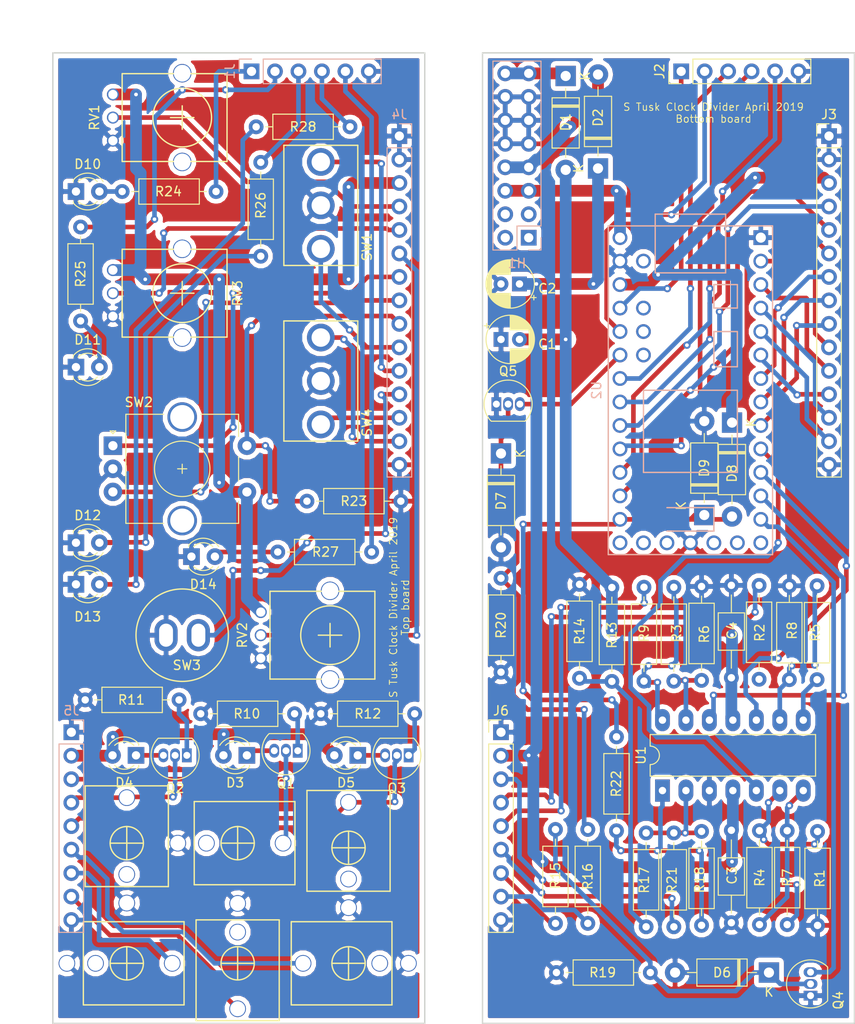
<source format=kicad_pcb>
(kicad_pcb (version 20171130) (host pcbnew "(5.0.1)-3")
  (layers (0 F.Cu signal) (31 B.Cu signal) (34 B.Paste user) (35 F.Paste user) (36 B.SilkS user) (37 F.SilkS user) (38 B.Mask user) (39 F.Mask user) (44 Edge.Cuts user))
  (net 0 "")
  (net 1 +12V)
  (net 2 GND)
  (net 3 -12V)
  (net 4 "Net-(CV_in1-Pad2)")
  (net 5 /CVin_F)
  (net 6 "Net-(CycleOutJack1-Pad2)")
  (net 7 /OutC_F)
  (net 8 /+12V_in)
  (net 9 /-12V_in)
  (net 10 "Net-(D3-Pad1)")
  (net 11 "Net-(D4-Pad1)")
  (net 12 "Net-(D5-Pad1)")
  (net 13 "Net-(D6-Pad1)")
  (net 14 "Net-(D7-Pad1)")
  (net 15 /CV_in)
  (net 16 /+3_3V)
  (net 17 /LED_L_F)
  (net 18 /LED_D_F)
  (net 19 /Led_Shi_F)
  (net 20 /Led_ShCV_F)
  (net 21 /LED_Sh_F)
  (net 22 "Net-(DigiOutJack1-Pad2)")
  (net 23 /OutM_F)
  (net 24 /OutT_F)
  (net 25 "Net-(DigiThruJack1-Pad2)")
  (net 26 "Net-(H1-Pad1)")
  (net 27 "Net-(H1-Pad2)")
  (net 28 "Net-(H1-Pad3)")
  (net 29 "Net-(H1-Pad4)")
  (net 30 +5V)
  (net 31 /LED_Sh_B)
  (net 32 /Pot_Length)
  (net 33 /Pot_Divisions)
  (net 34 /Pot_CVamt)
  (net 35 /EncoderA)
  (net 36 /EncoderB)
  (net 37 /EncoderSw)
  (net 38 /SW_DivEuc1)
  (net 39 /SW_DivEuc2)
  (net 40 /SW_CVassgn)
  (net 41 /SW_OutMode1)
  (net 42 /SW_OutMode2)
  (net 43 /SW_OutMode2_F)
  (net 44 /SW_OutMode1_F)
  (net 45 /SW_CVassgn_F)
  (net 46 /SW_DivEuc2_F)
  (net 47 /SW_DivEuc1_F)
  (net 48 /EncoderSw_F)
  (net 49 /EncoderB_F)
  (net 50 /EncoderA_F)
  (net 51 /Pot_CVamt_F)
  (net 52 /Pot_Divisions_F)
  (net 53 /Pot_Length_F)
  (net 54 /CLin_F)
  (net 55 /Rin_F)
  (net 56 /Rin_B)
  (net 57 /CLin_B)
  (net 58 /CVin_B)
  (net 59 /OutT_B)
  (net 60 /OutM_B)
  (net 61 /OutC_B)
  (net 62 "Net-(Q1-Pad1)")
  (net 63 "Net-(Q2-Pad1)")
  (net 64 "Net-(Q3-Pad1)")
  (net 65 /Trigger_in)
  (net 66 /Cycle_in)
  (net 67 "Net-(R1-Pad1)")
  (net 68 "Net-(R2-Pad1)")
  (net 69 "Net-(R3-Pad1)")
  (net 70 "Net-(R4-Pad1)")
  (net 71 "Net-(R5-Pad1)")
  (net 72 "Net-(R6-Pad1)")
  (net 73 /Vref)
  (net 74 "Net-(R17-Pad1)")
  (net 75 "Net-(R21-Pad1)")
  (net 76 /CV_ind_LED_Length)
  (net 77 /CV_ind_LED_Divs)
  (net 78 /CV_ind_LED_shift)
  (net 79 /CV_ind_LED_shuffle)
  (net 80 "Net-(Reset_In1-Pad2)")
  (net 81 "Net-(Trigger/Clock_in1-Pad2)")
  (net 82 /DigiOut_out)
  (net 83 /DigiOut_Cycle)
  (net 84 /DigiOut_Thru)
  (net 85 "Net-(U2-Pad18)")
  (net 86 "Net-(U2-Pad19)")
  (net 87 "Net-(U2-Pad20)")
  (net 88 "Net-(U2-Pad16)")
  (net 89 "Net-(U2-Pad15)")
  (net 90 "Net-(U2-Pad14)")
  (net 91 "Net-(U2-Pad34)")
  (net 92 "Net-(U2-Pad35)")
  (net 93 "Net-(U2-Pad36)")
  (net 94 "Net-(U2-Pad37)")
  (net 95 "Net-(D10-Pad2)")
  (net 96 "Net-(D11-Pad2)")
  (net 97 "Net-(D12-Pad2)")
  (net 98 "Net-(D13-Pad2)")
  (net 99 "Net-(D14-Pad2)")
  (module Eurocad:PJ301M-12 (layer F.Cu) (at 47 113.5 90)
    (fp_text reference CV_in1 hide)
    (fp_text value PJ301M-12)
    (pad 3 thru_hole circle (at 0 -4.92 90) (size 1.8 1.8) (drill 1.6) (layers *.Cu *.Mask) (net 5 /CVin_F))
    (pad 1 thru_hole circle (at 0 6.48 90) (size 1.8 1.8) (drill 1.6) (layers *.Cu *.Mask) (net 2 GND))
    (pad 2 thru_hole circle (at 0 3.38 90) (size 1.8 1.8) (drill 1.6) (layers *.Cu *.Mask) (net 4 "Net-(CV_in1-Pad2)"))
  )
  (module Eurocad:PJ301M-12 (layer F.Cu) (at 35 113.5 180)
    (fp_text reference Reset_In1 hide)
    (fp_text value PJ301M-12)
    (pad 3 thru_hole circle (at 0 -4.92 180) (size 1.8 1.8) (drill 1.6) (layers *.Cu *.Mask) (net 55 /Rin_F))
    (pad 1 thru_hole circle (at 0 6.48 180) (size 1.8 1.8) (drill 1.6) (layers *.Cu *.Mask) (net 2 GND))
    (pad 2 thru_hole circle (at 0 3.38 180) (size 1.8 1.8) (drill 1.6) (layers *.Cu *.Mask) (net 80 "Net-(Reset_In1-Pad2)"))
  )
  (module Eurocad:PJ301M-12 (layer F.Cu) (at 23 113.5 270)
    (fp_text reference Trigger/Clock_in1 hide)
    (fp_text value PJ301M-12)
    (pad 3 thru_hole circle (at 0 -4.92 270) (size 1.8 1.8) (drill 1.6) (layers *.Cu *.Mask) (net 54 /CLin_F))
    (pad 1 thru_hole circle (at 0 6.48 270) (size 1.8 1.8) (drill 1.6) (layers *.Cu *.Mask) (net 2 GND))
    (pad 2 thru_hole circle (at 0 3.38 270) (size 1.8 1.8) (drill 1.6) (layers *.Cu *.Mask) (net 81 "Net-(Trigger/Clock_in1-Pad2)"))
  )
  (module Eurocad:PJ301M-12 (layer F.Cu) (at 47 101)
    (fp_text reference DigiThruJack1 hide)
    (fp_text value PJ301M-12)
    (pad 3 thru_hole circle (at 0 -4.92) (size 1.8 1.8) (drill 1.6) (layers *.Cu *.Mask) (net 24 /OutT_F))
    (pad 1 thru_hole circle (at 0 6.48) (size 1.8 1.8) (drill 1.6) (layers *.Cu *.Mask) (net 2 GND))
    (pad 2 thru_hole circle (at 0 3.38) (size 1.8 1.8) (drill 1.6) (layers *.Cu *.Mask) (net 25 "Net-(DigiThruJack1-Pad2)"))
  )
  (module Eurocad:PJ301M-12 (layer F.Cu) (at 35 100.5 270)
    (fp_text reference CycleOutJack1 hide)
    (fp_text value PJ301M-12)
    (pad 3 thru_hole circle (at 0 -4.92 270) (size 1.8 1.8) (drill 1.6) (layers *.Cu *.Mask) (net 7 /OutC_F))
    (pad 1 thru_hole circle (at 0 6.48 270) (size 1.8 1.8) (drill 1.6) (layers *.Cu *.Mask) (net 2 GND))
    (pad 2 thru_hole circle (at 0 3.38 270) (size 1.8 1.8) (drill 1.6) (layers *.Cu *.Mask) (net 6 "Net-(CycleOutJack1-Pad2)"))
  )
  (module Eurocad:PJ301M-12 (layer F.Cu) (at 23 100.5)
    (fp_text reference DigiOutJack1 hide)
    (fp_text value PJ301M-12)
    (pad 3 thru_hole circle (at 0 -4.92) (size 1.8 1.8) (drill 1.6) (layers *.Cu *.Mask) (net 23 /OutM_F))
    (pad 1 thru_hole circle (at 0 6.48) (size 1.8 1.8) (drill 1.6) (layers *.Cu *.Mask) (net 2 GND))
    (pad 2 thru_hole circle (at 0 3.38) (size 1.8 1.8) (drill 1.6) (layers *.Cu *.Mask) (net 22 "Net-(DigiOutJack1-Pad2)"))
  )
  (module Eurocad:Alpha9mmPot (layer F.Cu) (at 29 22 270)
    (fp_text reference RV1 (at 0 9.5 270) (layer F.SilkS))
    (fp_text value 10k)
    (pad "" thru_hole circle (at 4.8 0 270) (size 2 2) (drill 1.8) (layers *.Cu *.Mask))
    (pad "" thru_hole circle (at -4.8 0 270) (size 2 2) (drill 1.8) (layers *.Cu *.Mask))
    (pad 3 thru_hole circle (at 2.5 7.5 270) (size 1.3 1.3) (drill 1) (layers *.Cu *.Mask) (net 2 GND))
    (pad 2 thru_hole circle (at 0 7.5 270) (size 1.3 1.3) (drill 1) (layers *.Cu *.Mask) (net 53 /Pot_Length_F))
    (pad 1 thru_hole circle (at -2.5 7.5 270) (size 1.3 1.3) (drill 1) (layers *.Cu *.Mask) (net 16 /+3_3V))
  )
  (module Eurocad:Alpha9mmPot (layer F.Cu) (at 45 78 270)
    (fp_text reference RV2 (at 0 9.5 270) (layer F.SilkS))
    (fp_text value 10k)
    (pad "" thru_hole circle (at 4.8 0 270) (size 2 2) (drill 1.8) (layers *.Cu *.Mask))
    (pad "" thru_hole circle (at -4.8 0 270) (size 2 2) (drill 1.8) (layers *.Cu *.Mask))
    (pad 3 thru_hole circle (at 2.5 7.5 270) (size 1.3 1.3) (drill 1) (layers *.Cu *.Mask) (net 2 GND))
    (pad 2 thru_hole circle (at 0 7.5 270) (size 1.3 1.3) (drill 1) (layers *.Cu *.Mask) (net 51 /Pot_CVamt_F))
    (pad 1 thru_hole circle (at -2.5 7.5 270) (size 1.3 1.3) (drill 1) (layers *.Cu *.Mask) (net 16 /+3_3V))
  )
  (module Eurocad:Alpha9mmPot (layer F.Cu) (at 29 41 270)
    (fp_text reference RV3 (at 0 -6 270) (layer F.SilkS))
    (fp_text value 10k)
    (pad "" thru_hole circle (at 4.8 0 270) (size 2 2) (drill 1.8) (layers *.Cu *.Mask))
    (pad "" thru_hole circle (at -4.8 0 270) (size 2 2) (drill 1.8) (layers *.Cu *.Mask))
    (pad 3 thru_hole circle (at 2.5 7.5 270) (size 1.3 1.3) (drill 1) (layers *.Cu *.Mask) (net 2 GND))
    (pad 2 thru_hole circle (at 0 7.5 270) (size 1.3 1.3) (drill 1) (layers *.Cu *.Mask) (net 52 /Pot_Divisions_F))
    (pad 1 thru_hole circle (at -2.5 7.5 270) (size 1.3 1.3) (drill 1) (layers *.Cu *.Mask) (net 16 /+3_3V))
  )
  (module Capacitor_THT:C_Axial_L3.8mm_D2.6mm_P10.00mm_Horizontal (layer F.Cu) (at 88.431834 109.106702 90)
    (fp_text reference C3 (at 5.106702 0.068166 90) (layer F.SilkS))
    (fp_text value C)
    (pad 2 thru_hole oval (at 10 0 90) (size 1.6 1.6) (drill 0.8) (layers *.Cu *.Mask) (net 1 +12V))
    (pad 1 thru_hole circle (at 0 0 90) (size 1.6 1.6) (drill 0.8) (layers *.Cu *.Mask) (net 2 GND))
  )
  (module Capacitor_THT:C_Axial_L3.8mm_D2.6mm_P10.00mm_Horizontal (layer F.Cu) (at 88.431834 82.606702 90)
    (fp_text reference C4 (at 5.106702 0.068166 90) (layer F.SilkS))
    (fp_text value C)
    (pad 2 thru_hole oval (at 10 0 90) (size 1.6 1.6) (drill 0.8) (layers *.Cu *.Mask) (net 2 GND))
    (pad 1 thru_hole circle (at 0 0 90) (size 1.6 1.6) (drill 0.8) (layers *.Cu *.Mask) (net 3 -12V))
  )
  (module Resistor_THT:R_Axial_DIN0207_L6.3mm_D2.5mm_P10.16mm_Horizontal (layer F.Cu) (at 39.34 69)
    (fp_text reference R27 (at 5.16 0) (layer F.SilkS))
    (fp_text value 330)
    (pad 1 thru_hole circle (at 0 0) (size 1.6 1.6) (drill 0.8) (layers *.Cu *.Mask) (net 99 "Net-(D14-Pad2)"))
    (pad 2 thru_hole oval (at 10.16 0) (size 1.6 1.6) (drill 0.8) (layers *.Cu *.Mask) (net 21 /LED_Sh_F))
  )
  (module Capacitor_THT:CP_Radial_D5.0mm_P2.00mm (layer F.Cu) (at 65.5 40 180)
    (fp_text reference C1 (at -3 -6.5 180) (layer F.SilkS))
    (fp_text value 10uF)
    (pad 1 thru_hole rect (at 0 0 180) (size 1.6 1.6) (drill 0.8) (layers *.Cu *.Mask) (net 1 +12V))
    (pad 2 thru_hole circle (at 2 0 180) (size 1.6 1.6) (drill 0.8) (layers *.Cu *.Mask) (net 2 GND))
  )
  (module Capacitor_THT:CP_Radial_D5.0mm_P2.00mm (layer F.Cu) (at 63.5 46)
    (fp_text reference C2 (at 5 -5.5) (layer F.SilkS))
    (fp_text value 10uF)
    (pad 2 thru_hole circle (at 2 0) (size 1.6 1.6) (drill 0.8) (layers *.Cu *.Mask) (net 3 -12V))
    (pad 1 thru_hole rect (at 0 0) (size 1.6 1.6) (drill 0.8) (layers *.Cu *.Mask) (net 2 GND))
  )
  (module Diode_THT:D_DO-41_SOD81_P10.16mm_Horizontal (layer F.Cu) (at 74 27.5 90)
    (fp_text reference D1 (at 5 -3.5 90) (layer F.SilkS))
    (fp_text value 1N4001)
    (fp_text user K (at 0 -2.1 90) (layer F.SilkS))
    (pad 2 thru_hole oval (at 10.16 0 90) (size 2.2 2.2) (drill 1.1) (layers *.Cu *.Mask) (net 8 /+12V_in))
    (pad 1 thru_hole rect (at 0 0 90) (size 2.2 2.2) (drill 1.1) (layers *.Cu *.Mask) (net 1 +12V))
  )
  (module Diode_THT:D_DO-41_SOD81_P10.16mm_Horizontal (layer F.Cu) (at 70.5 17.5 270)
    (fp_text reference D2 (at 4.5 -3.5 270) (layer F.SilkS))
    (fp_text value 1N4001)
    (fp_text user K (at 0 -2.1 270) (layer F.SilkS))
    (pad 1 thru_hole rect (at 0 0 270) (size 2.2 2.2) (drill 1.1) (layers *.Cu *.Mask) (net 9 /-12V_in))
    (pad 2 thru_hole oval (at 10.16 0 270) (size 2.2 2.2) (drill 1.1) (layers *.Cu *.Mask) (net 3 -12V))
  )
  (module LED_THT:LED_D3.0mm (layer F.Cu) (at 36 91 180)
    (fp_text reference D3 (at 1.27 -2.96 180) (layer F.SilkS))
    (fp_text value LED)
    (pad 2 thru_hole circle (at 2.54 0 180) (size 1.8 1.8) (drill 0.9) (layers *.Cu *.Mask) (net 1 +12V))
    (pad 1 thru_hole rect (at 0 0 180) (size 1.8 1.8) (drill 0.9) (layers *.Cu *.Mask) (net 10 "Net-(D3-Pad1)"))
  )
  (module LED_THT:LED_D3.0mm (layer F.Cu) (at 24 91 180)
    (fp_text reference D4 (at 1.27 -2.96 180) (layer F.SilkS))
    (fp_text value LED)
    (pad 1 thru_hole rect (at 0 0 180) (size 1.8 1.8) (drill 0.9) (layers *.Cu *.Mask) (net 11 "Net-(D4-Pad1)"))
    (pad 2 thru_hole circle (at 2.54 0 180) (size 1.8 1.8) (drill 0.9) (layers *.Cu *.Mask) (net 1 +12V))
  )
  (module LED_THT:LED_D3.0mm (layer F.Cu) (at 48 91 180)
    (fp_text reference D5 (at 1.27 -2.96 180) (layer F.SilkS))
    (fp_text value LED)
    (pad 2 thru_hole circle (at 2.54 0 180) (size 1.8 1.8) (drill 0.9) (layers *.Cu *.Mask) (net 1 +12V))
    (pad 1 thru_hole rect (at 0 0 180) (size 1.8 1.8) (drill 0.9) (layers *.Cu *.Mask) (net 12 "Net-(D5-Pad1)"))
  )
  (module Diode_THT:D_DO-41_SOD81_P10.16mm_Horizontal (layer F.Cu) (at 92.5 114.5 180)
    (fp_text reference D6 (at 5.08 0 180) (layer F.SilkS))
    (fp_text value 1N4001)
    (fp_text user K (at 0 -2.1 180) (layer F.SilkS))
    (pad 1 thru_hole rect (at 0 0 180) (size 2.2 2.2) (drill 1.1) (layers *.Cu *.Mask) (net 13 "Net-(D6-Pad1)"))
    (pad 2 thru_hole oval (at 10.16 0 180) (size 2.2 2.2) (drill 1.1) (layers *.Cu *.Mask) (net 2 GND))
  )
  (module Diode_THT:D_DO-41_SOD81_P10.16mm_Horizontal (layer F.Cu) (at 63.5 58.34 270)
    (fp_text reference D7 (at 5.16 0 270) (layer F.SilkS))
    (fp_text value 1N4001)
    (fp_text user K (at 0 -2.1 270) (layer F.SilkS))
    (pad 1 thru_hole rect (at 0 0 270) (size 2.2 2.2) (drill 1.1) (layers *.Cu *.Mask) (net 14 "Net-(D7-Pad1)"))
    (pad 2 thru_hole oval (at 10.16 0 270) (size 2.2 2.2) (drill 1.1) (layers *.Cu *.Mask) (net 2 GND))
  )
  (module Diode_THT:D_DO-41_SOD81_P10.16mm_Horizontal (layer F.Cu) (at 88.5 55 270)
    (fp_text reference D8 (at 5.5 0 270) (layer F.SilkS))
    (fp_text value 1N4001)
    (fp_text user K (at 0 -2.1 270) (layer F.SilkS))
    (pad 2 thru_hole oval (at 10.16 0 270) (size 2.2 2.2) (drill 1.1) (layers *.Cu *.Mask) (net 15 /CV_in))
    (pad 1 thru_hole rect (at 0 0 270) (size 2.2 2.2) (drill 1.1) (layers *.Cu *.Mask) (net 16 /+3_3V))
  )
  (module Diode_THT:D_DO-41_SOD81_P10.16mm_Horizontal (layer F.Cu) (at 85.5 65 90)
    (fp_text reference D9 (at 5.08 0 90) (layer F.SilkS))
    (fp_text value 1N4001)
    (fp_text user K (at 1 -2.5 90) (layer F.SilkS))
    (pad 2 thru_hole oval (at 10.16 0 90) (size 2.2 2.2) (drill 1.1) (layers *.Cu *.Mask) (net 2 GND))
    (pad 1 thru_hole rect (at 0 0 90) (size 2.2 2.2) (drill 1.1) (layers *.Cu *.Mask) (net 15 /CV_in))
  )
  (module LED_THT:LED_D3.0mm (layer F.Cu) (at 17.5 30)
    (fp_text reference D10 (at 1.27 -2.96) (layer F.SilkS))
    (fp_text value LED)
    (pad 1 thru_hole rect (at 0 0) (size 1.8 1.8) (drill 0.9) (layers *.Cu *.Mask) (net 2 GND))
    (pad 2 thru_hole circle (at 2.54 0) (size 1.8 1.8) (drill 0.9) (layers *.Cu *.Mask) (net 95 "Net-(D10-Pad2)"))
  )
  (module LED_THT:LED_D3.0mm (layer F.Cu) (at 17.5 49)
    (fp_text reference D11 (at 1.27 -2.96) (layer F.SilkS))
    (fp_text value LED)
    (pad 2 thru_hole circle (at 2.54 0) (size 1.8 1.8) (drill 0.9) (layers *.Cu *.Mask) (net 96 "Net-(D11-Pad2)"))
    (pad 1 thru_hole rect (at 0 0) (size 1.8 1.8) (drill 0.9) (layers *.Cu *.Mask) (net 2 GND))
  )
  (module LED_THT:LED_D3.0mm (layer F.Cu) (at 17.5 68)
    (fp_text reference D12 (at 1.27 -2.96) (layer F.SilkS))
    (fp_text value LED)
    (pad 1 thru_hole rect (at 0 0) (size 1.8 1.8) (drill 0.9) (layers *.Cu *.Mask) (net 2 GND))
    (pad 2 thru_hole circle (at 2.54 0) (size 1.8 1.8) (drill 0.9) (layers *.Cu *.Mask) (net 97 "Net-(D12-Pad2)"))
  )
  (module LED_THT:LED_D3.0mm (layer F.Cu) (at 17.5 72.5)
    (fp_text reference D13 (at 1.27 3.5) (layer F.SilkS))
    (fp_text value LED)
    (pad 1 thru_hole rect (at 0 0) (size 1.8 1.8) (drill 0.9) (layers *.Cu *.Mask) (net 2 GND))
    (pad 2 thru_hole circle (at 2.54 0) (size 1.8 1.8) (drill 0.9) (layers *.Cu *.Mask) (net 98 "Net-(D13-Pad2)"))
  )
  (module LED_THT:LED_D3.0mm (layer F.Cu) (at 30 69.5)
    (fp_text reference D14 (at 1.27 3) (layer F.SilkS))
    (fp_text value LED)
    (pad 2 thru_hole circle (at 2.54 0) (size 1.8 1.8) (drill 0.9) (layers *.Cu *.Mask) (net 99 "Net-(D14-Pad2)"))
    (pad 1 thru_hole rect (at 0 0) (size 1.8 1.8) (drill 0.9) (layers *.Cu *.Mask) (net 2 GND))
  )
  (module Connector_PinSocket_2.54mm:PinSocket_2x08_P2.54mm_Vertical (layer B.Cu) (at 66.5 35)
    (fp_text reference H1 (at -1.27 2.77) (layer B.SilkS) (effects (justify mirror)))
    (fp_text value EURO_PWR_2X8)
    (pad 1 thru_hole rect (at 0 0) (size 1.7 1.7) (drill 1) (layers *.Cu *.Mask) (net 26 "Net-(H1-Pad1)"))
    (pad 2 thru_hole oval (at -2.54 0) (size 1.7 1.7) (drill 1) (layers *.Cu *.Mask) (net 27 "Net-(H1-Pad2)"))
    (pad 3 thru_hole oval (at 0 -2.54) (size 1.7 1.7) (drill 1) (layers *.Cu *.Mask) (net 28 "Net-(H1-Pad3)"))
    (pad 4 thru_hole oval (at -2.54 -2.54) (size 1.7 1.7) (drill 1) (layers *.Cu *.Mask) (net 29 "Net-(H1-Pad4)"))
    (pad 5 thru_hole oval (at 0 -5.08) (size 1.7 1.7) (drill 1) (layers *.Cu *.Mask) (net 30 +5V))
    (pad 6 thru_hole oval (at -2.54 -5.08) (size 1.7 1.7) (drill 1) (layers *.Cu *.Mask) (net 30 +5V))
    (pad 7 thru_hole oval (at 0 -7.62) (size 1.7 1.7) (drill 1) (layers *.Cu *.Mask) (net 8 /+12V_in))
    (pad 8 thru_hole oval (at -2.54 -7.62) (size 1.7 1.7) (drill 1) (layers *.Cu *.Mask) (net 8 /+12V_in))
    (pad 9 thru_hole oval (at 0 -10.16) (size 1.7 1.7) (drill 1) (layers *.Cu *.Mask) (net 2 GND))
    (pad 10 thru_hole oval (at -2.54 -10.16) (size 1.7 1.7) (drill 1) (layers *.Cu *.Mask) (net 2 GND))
    (pad 11 thru_hole oval (at 0 -12.7) (size 1.7 1.7) (drill 1) (layers *.Cu *.Mask) (net 2 GND))
    (pad 12 thru_hole oval (at -2.54 -12.7) (size 1.7 1.7) (drill 1) (layers *.Cu *.Mask) (net 2 GND))
    (pad 13 thru_hole oval (at 0 -15.24) (size 1.7 1.7) (drill 1) (layers *.Cu *.Mask) (net 2 GND))
    (pad 14 thru_hole oval (at -2.54 -15.24) (size 1.7 1.7) (drill 1) (layers *.Cu *.Mask) (net 2 GND))
    (pad 15 thru_hole oval (at 0 -17.78) (size 1.7 1.7) (drill 1) (layers *.Cu *.Mask) (net 9 /-12V_in))
    (pad 16 thru_hole oval (at -2.54 -17.78) (size 1.7 1.7) (drill 1) (layers *.Cu *.Mask) (net 9 /-12V_in))
  )
  (module Connector_PinHeader_2.54mm:PinHeader_1x06_P2.54mm_Vertical (layer B.Cu) (at 36.5 17 270)
    (fp_text reference J1 (at 0 2.33 270) (layer B.SilkS) (effects (justify mirror)))
    (fp_text value Conn_01x06_Female)
    (pad 1 thru_hole rect (at 0 0 270) (size 1.7 1.7) (drill 1) (layers *.Cu *.Mask) (net 17 /LED_L_F))
    (pad 2 thru_hole oval (at 0 -2.54 270) (size 1.7 1.7) (drill 1) (layers *.Cu *.Mask) (net 18 /LED_D_F))
    (pad 3 thru_hole oval (at 0 -5.08 270) (size 1.7 1.7) (drill 1) (layers *.Cu *.Mask) (net 19 /Led_Shi_F))
    (pad 4 thru_hole oval (at 0 -7.62 270) (size 1.7 1.7) (drill 1) (layers *.Cu *.Mask) (net 20 /Led_ShCV_F))
    (pad 5 thru_hole oval (at 0 -10.16 270) (size 1.7 1.7) (drill 1) (layers *.Cu *.Mask) (net 21 /LED_Sh_F))
    (pad 6 thru_hole oval (at 0 -12.7 270) (size 1.7 1.7) (drill 1) (layers *.Cu *.Mask) (net 2 GND))
  )
  (module Connector_PinHeader_2.54mm:PinHeader_1x06_P2.54mm_Vertical (layer F.Cu) (at 83 17 90)
    (fp_text reference J2 (at 0 -2.33 90) (layer F.SilkS))
    (fp_text value Conn_01x06_Male)
    (pad 6 thru_hole oval (at 0 12.7 90) (size 1.7 1.7) (drill 1) (layers *.Cu *.Mask) (net 2 GND))
    (pad 5 thru_hole oval (at 0 10.16 90) (size 1.7 1.7) (drill 1) (layers *.Cu *.Mask) (net 31 /LED_Sh_B))
    (pad 4 thru_hole oval (at 0 7.62 90) (size 1.7 1.7) (drill 1) (layers *.Cu *.Mask) (net 79 /CV_ind_LED_shuffle))
    (pad 3 thru_hole oval (at 0 5.08 90) (size 1.7 1.7) (drill 1) (layers *.Cu *.Mask) (net 78 /CV_ind_LED_shift))
    (pad 2 thru_hole oval (at 0 2.54 90) (size 1.7 1.7) (drill 1) (layers *.Cu *.Mask) (net 77 /CV_ind_LED_Divs))
    (pad 1 thru_hole rect (at 0 0 90) (size 1.7 1.7) (drill 1) (layers *.Cu *.Mask) (net 76 /CV_ind_LED_Length))
  )
  (module Connector_PinHeader_2.54mm:PinHeader_1x15_P2.54mm_Vertical (layer F.Cu) (at 99 24)
    (fp_text reference J3 (at 0 -2.33) (layer F.SilkS))
    (fp_text value Conn_01x15_Male)
    (pad 1 thru_hole rect (at 0 0) (size 1.7 1.7) (drill 1) (layers *.Cu *.Mask) (net 2 GND))
    (pad 2 thru_hole oval (at 0 2.54) (size 1.7 1.7) (drill 1) (layers *.Cu *.Mask) (net 2 GND))
    (pad 3 thru_hole oval (at 0 5.08) (size 1.7 1.7) (drill 1) (layers *.Cu *.Mask) (net 16 /+3_3V))
    (pad 4 thru_hole oval (at 0 7.62) (size 1.7 1.7) (drill 1) (layers *.Cu *.Mask) (net 32 /Pot_Length))
    (pad 5 thru_hole oval (at 0 10.16) (size 1.7 1.7) (drill 1) (layers *.Cu *.Mask) (net 33 /Pot_Divisions))
    (pad 6 thru_hole oval (at 0 12.7) (size 1.7 1.7) (drill 1) (layers *.Cu *.Mask) (net 34 /Pot_CVamt))
    (pad 7 thru_hole oval (at 0 15.24) (size 1.7 1.7) (drill 1) (layers *.Cu *.Mask) (net 35 /EncoderA))
    (pad 8 thru_hole oval (at 0 17.78) (size 1.7 1.7) (drill 1) (layers *.Cu *.Mask) (net 36 /EncoderB))
    (pad 9 thru_hole oval (at 0 20.32) (size 1.7 1.7) (drill 1) (layers *.Cu *.Mask) (net 37 /EncoderSw))
    (pad 10 thru_hole oval (at 0 22.86) (size 1.7 1.7) (drill 1) (layers *.Cu *.Mask) (net 38 /SW_DivEuc1))
    (pad 11 thru_hole oval (at 0 25.4) (size 1.7 1.7) (drill 1) (layers *.Cu *.Mask) (net 39 /SW_DivEuc2))
    (pad 12 thru_hole oval (at 0 27.94) (size 1.7 1.7) (drill 1) (layers *.Cu *.Mask) (net 40 /SW_CVassgn))
    (pad 13 thru_hole oval (at 0 30.48) (size 1.7 1.7) (drill 1) (layers *.Cu *.Mask) (net 41 /SW_OutMode1))
    (pad 14 thru_hole oval (at 0 33.02) (size 1.7 1.7) (drill 1) (layers *.Cu *.Mask) (net 42 /SW_OutMode2))
    (pad 15 thru_hole oval (at 0 35.56) (size 1.7 1.7) (drill 1) (layers *.Cu *.Mask) (net 2 GND))
  )
  (module Connector_PinHeader_2.54mm:PinHeader_1x15_P2.54mm_Vertical (layer B.Cu) (at 52.5 24 180)
    (fp_text reference J4 (at 0 2.33 180) (layer B.SilkS) (effects (justify mirror)))
    (fp_text value Conn_01x15_Female)
    (pad 15 thru_hole oval (at 0 -35.56 180) (size 1.7 1.7) (drill 1) (layers *.Cu *.Mask) (net 2 GND))
    (pad 14 thru_hole oval (at 0 -33.02 180) (size 1.7 1.7) (drill 1) (layers *.Cu *.Mask) (net 43 /SW_OutMode2_F))
    (pad 13 thru_hole oval (at 0 -30.48 180) (size 1.7 1.7) (drill 1) (layers *.Cu *.Mask) (net 44 /SW_OutMode1_F))
    (pad 12 thru_hole oval (at 0 -27.94 180) (size 1.7 1.7) (drill 1) (layers *.Cu *.Mask) (net 45 /SW_CVassgn_F))
    (pad 11 thru_hole oval (at 0 -25.4 180) (size 1.7 1.7) (drill 1) (layers *.Cu *.Mask) (net 46 /SW_DivEuc2_F))
    (pad 10 thru_hole oval (at 0 -22.86 180) (size 1.7 1.7) (drill 1) (layers *.Cu *.Mask) (net 47 /SW_DivEuc1_F))
    (pad 9 thru_hole oval (at 0 -20.32 180) (size 1.7 1.7) (drill 1) (layers *.Cu *.Mask) (net 48 /EncoderSw_F))
    (pad 8 thru_hole oval (at 0 -17.78 180) (size 1.7 1.7) (drill 1) (layers *.Cu *.Mask) (net 49 /EncoderB_F))
    (pad 7 thru_hole oval (at 0 -15.24 180) (size 1.7 1.7) (drill 1) (layers *.Cu *.Mask) (net 50 /EncoderA_F))
    (pad 6 thru_hole oval (at 0 -12.7 180) (size 1.7 1.7) (drill 1) (layers *.Cu *.Mask) (net 51 /Pot_CVamt_F))
    (pad 5 thru_hole oval (at 0 -10.16 180) (size 1.7 1.7) (drill 1) (layers *.Cu *.Mask) (net 52 /Pot_Divisions_F))
    (pad 4 thru_hole oval (at 0 -7.62 180) (size 1.7 1.7) (drill 1) (layers *.Cu *.Mask) (net 53 /Pot_Length_F))
    (pad 3 thru_hole oval (at 0 -5.08 180) (size 1.7 1.7) (drill 1) (layers *.Cu *.Mask) (net 16 /+3_3V))
    (pad 2 thru_hole oval (at 0 -2.54 180) (size 1.7 1.7) (drill 1) (layers *.Cu *.Mask) (net 2 GND))
    (pad 1 thru_hole rect (at 0 0 180) (size 1.7 1.7) (drill 1) (layers *.Cu *.Mask) (net 2 GND))
  )
  (module Connector_PinHeader_2.54mm:PinHeader_1x09_P2.54mm_Vertical (layer B.Cu) (at 17 88.5 180)
    (fp_text reference J5 (at 0 2.33 180) (layer B.SilkS) (effects (justify mirror)))
    (fp_text value Conn_01x09_Female)
    (pad 1 thru_hole rect (at 0 0 180) (size 1.7 1.7) (drill 1) (layers *.Cu *.Mask) (net 2 GND))
    (pad 2 thru_hole oval (at 0 -2.54 180) (size 1.7 1.7) (drill 1) (layers *.Cu *.Mask) (net 1 +12V))
    (pad 3 thru_hole oval (at 0 -5.08 180) (size 1.7 1.7) (drill 1) (layers *.Cu *.Mask) (net 7 /OutC_F))
    (pad 4 thru_hole oval (at 0 -7.62 180) (size 1.7 1.7) (drill 1) (layers *.Cu *.Mask) (net 23 /OutM_F))
    (pad 5 thru_hole oval (at 0 -10.16 180) (size 1.7 1.7) (drill 1) (layers *.Cu *.Mask) (net 24 /OutT_F))
    (pad 6 thru_hole oval (at 0 -12.7 180) (size 1.7 1.7) (drill 1) (layers *.Cu *.Mask) (net 5 /CVin_F))
    (pad 7 thru_hole oval (at 0 -15.24 180) (size 1.7 1.7) (drill 1) (layers *.Cu *.Mask) (net 54 /CLin_F))
    (pad 8 thru_hole oval (at 0 -17.78 180) (size 1.7 1.7) (drill 1) (layers *.Cu *.Mask) (net 55 /Rin_F))
    (pad 9 thru_hole oval (at 0 -20.32 180) (size 1.7 1.7) (drill 1) (layers *.Cu *.Mask) (net 2 GND))
  )
  (module Connector_PinHeader_2.54mm:PinHeader_1x09_P2.54mm_Vertical (layer F.Cu) (at 63.5 88.5)
    (fp_text reference J6 (at 0 -2.33) (layer F.SilkS))
    (fp_text value Conn_01x09_Male)
    (pad 9 thru_hole oval (at 0 20.32) (size 1.7 1.7) (drill 1) (layers *.Cu *.Mask) (net 2 GND))
    (pad 8 thru_hole oval (at 0 17.78) (size 1.7 1.7) (drill 1) (layers *.Cu *.Mask) (net 56 /Rin_B))
    (pad 7 thru_hole oval (at 0 15.24) (size 1.7 1.7) (drill 1) (layers *.Cu *.Mask) (net 57 /CLin_B))
    (pad 6 thru_hole oval (at 0 12.7) (size 1.7 1.7) (drill 1) (layers *.Cu *.Mask) (net 58 /CVin_B))
    (pad 5 thru_hole oval (at 0 10.16) (size 1.7 1.7) (drill 1) (layers *.Cu *.Mask) (net 59 /OutT_B))
    (pad 4 thru_hole oval (at 0 7.62) (size 1.7 1.7) (drill 1) (layers *.Cu *.Mask) (net 60 /OutM_B))
    (pad 3 thru_hole oval (at 0 5.08) (size 1.7 1.7) (drill 1) (layers *.Cu *.Mask) (net 61 /OutC_B))
    (pad 2 thru_hole oval (at 0 2.54) (size 1.7 1.7) (drill 1) (layers *.Cu *.Mask) (net 1 +12V))
    (pad 1 thru_hole rect (at 0 0) (size 1.7 1.7) (drill 1) (layers *.Cu *.Mask) (net 2 GND))
  )
  (module Package_TO_SOT_THT:TO-92_Inline (layer F.Cu) (at 41.5 90.5 180)
    (fp_text reference Q1 (at 1.27 -3.56 180) (layer F.SilkS))
    (fp_text value 2N3904)
    (pad 2 thru_hole oval (at 1.27 0 180) (size 1.05 1.5) (drill 0.75) (layers *.Cu *.Mask) (net 7 /OutC_F))
    (pad 3 thru_hole oval (at 2.54 0 180) (size 1.05 1.5) (drill 0.75) (layers *.Cu *.Mask) (net 10 "Net-(D3-Pad1)"))
    (pad 1 thru_hole rect (at 0 0 180) (size 1.05 1.5) (drill 0.75) (layers *.Cu *.Mask) (net 62 "Net-(Q1-Pad1)"))
  )
  (module Package_TO_SOT_THT:TO-92_Inline (layer F.Cu) (at 29.5 91 180)
    (fp_text reference Q2 (at 1.27 -3.56 180) (layer F.SilkS))
    (fp_text value 2N3904)
    (pad 2 thru_hole oval (at 1.27 0 180) (size 1.05 1.5) (drill 0.75) (layers *.Cu *.Mask) (net 23 /OutM_F))
    (pad 3 thru_hole oval (at 2.54 0 180) (size 1.05 1.5) (drill 0.75) (layers *.Cu *.Mask) (net 11 "Net-(D4-Pad1)"))
    (pad 1 thru_hole rect (at 0 0 180) (size 1.05 1.5) (drill 0.75) (layers *.Cu *.Mask) (net 63 "Net-(Q2-Pad1)"))
  )
  (module Package_TO_SOT_THT:TO-92_Inline (layer F.Cu) (at 53.5 91 180)
    (fp_text reference Q3 (at 1.27 -3.56 180) (layer F.SilkS))
    (fp_text value 2N3904)
    (pad 1 thru_hole rect (at 0 0 180) (size 1.05 1.5) (drill 0.75) (layers *.Cu *.Mask) (net 64 "Net-(Q3-Pad1)"))
    (pad 3 thru_hole oval (at 2.54 0 180) (size 1.05 1.5) (drill 0.75) (layers *.Cu *.Mask) (net 12 "Net-(D5-Pad1)"))
    (pad 2 thru_hole oval (at 1.27 0 180) (size 1.05 1.5) (drill 0.75) (layers *.Cu *.Mask) (net 24 /OutT_F))
  )
  (module Package_TO_SOT_THT:TO-92_Inline (layer F.Cu) (at 97 117 90)
    (fp_text reference Q4 (at -0.5 3 90) (layer F.SilkS))
    (fp_text value 2N3904)
    (pad 1 thru_hole rect (at 0 0 90) (size 1.05 1.5) (drill 0.75) (layers *.Cu *.Mask) (net 2 GND))
    (pad 3 thru_hole oval (at 2.54 0 90) (size 1.05 1.5) (drill 0.75) (layers *.Cu *.Mask) (net 65 /Trigger_in))
    (pad 2 thru_hole oval (at 1.27 0 90) (size 1.05 1.5) (drill 0.75) (layers *.Cu *.Mask) (net 13 "Net-(D6-Pad1)"))
  )
  (module Package_TO_SOT_THT:TO-92_Inline (layer F.Cu) (at 63 53)
    (fp_text reference Q5 (at 1.27 -3.56) (layer F.SilkS))
    (fp_text value 2N3904)
    (pad 2 thru_hole oval (at 1.27 0) (size 1.05 1.5) (drill 0.75) (layers *.Cu *.Mask) (net 14 "Net-(D7-Pad1)"))
    (pad 3 thru_hole oval (at 2.54 0) (size 1.05 1.5) (drill 0.75) (layers *.Cu *.Mask) (net 66 /Cycle_in))
    (pad 1 thru_hole rect (at 0 0) (size 1.05 1.5) (drill 0.75) (layers *.Cu *.Mask) (net 2 GND))
  )
  (module Resistor_THT:R_Axial_DIN0207_L6.3mm_D2.5mm_P10.16mm_Horizontal (layer F.Cu) (at 97.75909 99.236542 270)
    (fp_text reference R1 (at 5.08 -0.24091 270) (layer F.SilkS))
    (fp_text value 100k)
    (pad 1 thru_hole circle (at 0 0 270) (size 1.6 1.6) (drill 0.8) (layers *.Cu *.Mask) (net 67 "Net-(R1-Pad1)"))
    (pad 2 thru_hole oval (at 10.16 0 270) (size 1.6 1.6) (drill 0.8) (layers *.Cu *.Mask) (net 2 GND))
  )
  (module Resistor_THT:R_Axial_DIN0207_L6.3mm_D2.5mm_P10.16mm_Horizontal (layer F.Cu) (at 94.705873 82.811486 90)
    (fp_text reference R2 (at 5.08 -3.205873 90) (layer F.SilkS))
    (fp_text value 100k)
    (pad 2 thru_hole oval (at 10.16 0 90) (size 1.6 1.6) (drill 0.8) (layers *.Cu *.Mask) (net 2 GND))
    (pad 1 thru_hole circle (at 0 0 90) (size 1.6 1.6) (drill 0.8) (layers *.Cu *.Mask) (net 68 "Net-(R2-Pad1)"))
  )
  (module Resistor_THT:R_Axial_DIN0207_L6.3mm_D2.5mm_P10.16mm_Horizontal (layer F.Cu) (at 85.205873 82.890678 90)
    (fp_text reference R3 (at 5.08 -2.705873 90) (layer F.SilkS))
    (fp_text value 100k)
    (pad 1 thru_hole circle (at 0 0 90) (size 1.6 1.6) (drill 0.8) (layers *.Cu *.Mask) (net 69 "Net-(R3-Pad1)"))
    (pad 2 thru_hole oval (at 10.16 0 90) (size 1.6 1.6) (drill 0.8) (layers *.Cu *.Mask) (net 2 GND))
  )
  (module Resistor_THT:R_Axial_DIN0207_L6.3mm_D2.5mm_P10.16mm_Horizontal (layer F.Cu) (at 91.473391 109.311486 90)
    (fp_text reference R4 (at 5.08 0.026609 90) (layer F.SilkS))
    (fp_text value 47k)
    (pad 2 thru_hole oval (at 10.16 0 90) (size 1.6 1.6) (drill 0.8) (layers *.Cu *.Mask) (net 67 "Net-(R1-Pad1)"))
    (pad 1 thru_hole circle (at 0 0 90) (size 1.6 1.6) (drill 0.8) (layers *.Cu *.Mask) (net 70 "Net-(R4-Pad1)"))
  )
  (module Resistor_THT:R_Axial_DIN0207_L6.3mm_D2.5mm_P10.16mm_Horizontal (layer F.Cu) (at 97.705873 82.811486 90)
    (fp_text reference R5 (at 5.08 -0.205873 90) (layer F.SilkS))
    (fp_text value 47k)
    (pad 1 thru_hole circle (at 0 0 90) (size 1.6 1.6) (drill 0.8) (layers *.Cu *.Mask) (net 71 "Net-(R5-Pad1)"))
    (pad 2 thru_hole oval (at 10.16 0 90) (size 1.6 1.6) (drill 0.8) (layers *.Cu *.Mask) (net 68 "Net-(R2-Pad1)"))
  )
  (module Resistor_THT:R_Axial_DIN0207_L6.3mm_D2.5mm_P10.16mm_Horizontal (layer F.Cu) (at 82.205873 72.811486 270)
    (fp_text reference R6 (at 5.08 -3.294127 270) (layer F.SilkS))
    (fp_text value 47k)
    (pad 1 thru_hole circle (at 0 0 270) (size 1.6 1.6) (drill 0.8) (layers *.Cu *.Mask) (net 72 "Net-(R6-Pad1)"))
    (pad 2 thru_hole oval (at 10.16 0 270) (size 1.6 1.6) (drill 0.8) (layers *.Cu *.Mask) (net 69 "Net-(R3-Pad1)"))
  )
  (module Resistor_THT:R_Axial_DIN0207_L6.3mm_D2.5mm_P10.16mm_Horizontal (layer F.Cu) (at 94.473391 109.311486 90)
    (fp_text reference R7 (at 5.08 0.026609 90) (layer F.SilkS))
    (fp_text value 1k)
    (pad 1 thru_hole circle (at 0 0 90) (size 1.6 1.6) (drill 0.8) (layers *.Cu *.Mask) (net 61 /OutC_B))
    (pad 2 thru_hole oval (at 10.16 0 90) (size 1.6 1.6) (drill 0.8) (layers *.Cu *.Mask) (net 70 "Net-(R4-Pad1)"))
  )
  (module Resistor_THT:R_Axial_DIN0207_L6.3mm_D2.5mm_P10.16mm_Horizontal (layer F.Cu) (at 91.431834 72.606702 270)
    (fp_text reference R8 (at 4.893298 -3.568166 270) (layer F.SilkS))
    (fp_text value 1k)
    (pad 1 thru_hole circle (at 0 0 270) (size 1.6 1.6) (drill 0.8) (layers *.Cu *.Mask) (net 60 /OutM_B))
    (pad 2 thru_hole oval (at 10.16 0 270) (size 1.6 1.6) (drill 0.8) (layers *.Cu *.Mask) (net 71 "Net-(R5-Pad1)"))
  )
  (module Resistor_THT:R_Axial_DIN0207_L6.3mm_D2.5mm_P10.16mm_Horizontal (layer F.Cu) (at 78.973391 72.811486 270)
    (fp_text reference R9 (at 5 0 270) (layer F.SilkS))
    (fp_text value 1k)
    (pad 2 thru_hole oval (at 10.16 0 270) (size 1.6 1.6) (drill 0.8) (layers *.Cu *.Mask) (net 72 "Net-(R6-Pad1)"))
    (pad 1 thru_hole circle (at 0 0 270) (size 1.6 1.6) (drill 0.8) (layers *.Cu *.Mask) (net 59 /OutT_B))
  )
  (module Resistor_THT:R_Axial_DIN0207_L6.3mm_D2.5mm_P10.16mm_Horizontal (layer F.Cu) (at 31 86.5)
    (fp_text reference R10 (at 5 0) (layer F.SilkS))
    (fp_text value 15k)
    (pad 2 thru_hole oval (at 10.16 0) (size 1.6 1.6) (drill 0.8) (layers *.Cu *.Mask) (net 62 "Net-(Q1-Pad1)"))
    (pad 1 thru_hole circle (at 0 0) (size 1.6 1.6) (drill 0.8) (layers *.Cu *.Mask) (net 2 GND))
  )
  (module Resistor_THT:R_Axial_DIN0207_L6.3mm_D2.5mm_P10.16mm_Horizontal (layer F.Cu) (at 18.5 85)
    (fp_text reference R11 (at 5 0) (layer F.SilkS))
    (fp_text value 15k)
    (pad 1 thru_hole circle (at 0 0) (size 1.6 1.6) (drill 0.8) (layers *.Cu *.Mask) (net 2 GND))
    (pad 2 thru_hole oval (at 10.16 0) (size 1.6 1.6) (drill 0.8) (layers *.Cu *.Mask) (net 63 "Net-(Q2-Pad1)"))
  )
  (module Resistor_THT:R_Axial_DIN0207_L6.3mm_D2.5mm_P10.16mm_Horizontal (layer F.Cu) (at 44 86.5)
    (fp_text reference R12 (at 5.08 0) (layer F.SilkS))
    (fp_text value 15k)
    (pad 2 thru_hole oval (at 10.16 0) (size 1.6 1.6) (drill 0.8) (layers *.Cu *.Mask) (net 64 "Net-(Q3-Pad1)"))
    (pad 1 thru_hole circle (at 0 0) (size 1.6 1.6) (drill 0.8) (layers *.Cu *.Mask) (net 2 GND))
  )
  (module Resistor_THT:R_Axial_DIN0207_L6.3mm_D2.5mm_P10.16mm_Horizontal (layer F.Cu) (at 75.5 83 90)
    (fp_text reference R13 (at 5 0 90) (layer F.SilkS))
    (fp_text value 11k)
    (pad 2 thru_hole oval (at 10.16 0 90) (size 1.6 1.6) (drill 0.8) (layers *.Cu *.Mask) (net 3 -12V))
    (pad 1 thru_hole circle (at 0 0 90) (size 1.6 1.6) (drill 0.8) (layers *.Cu *.Mask) (net 73 /Vref))
  )
  (module Resistor_THT:R_Axial_DIN0207_L6.3mm_D2.5mm_P10.16mm_Horizontal (layer F.Cu) (at 72 72.5 270)
    (fp_text reference R14 (at 5.08 0 270) (layer F.SilkS))
    (fp_text value 91k)
    (pad 2 thru_hole oval (at 10.16 0 270) (size 1.6 1.6) (drill 0.8) (layers *.Cu *.Mask) (net 73 /Vref))
    (pad 1 thru_hole circle (at 0 0 270) (size 1.6 1.6) (drill 0.8) (layers *.Cu *.Mask) (net 2 GND))
  )
  (module Resistor_THT:R_Axial_DIN0207_L6.3mm_D2.5mm_P10.16mm_Horizontal (layer F.Cu) (at 69.394226 99.018477 270)
    (fp_text reference R15 (at 5 0 270) (layer F.SilkS))
    (fp_text value 100k)
    (pad 1 thru_hole circle (at 0 0 270) (size 1.6 1.6) (drill 0.8) (layers *.Cu *.Mask) (net 13 "Net-(D6-Pad1)"))
    (pad 2 thru_hole oval (at 10.16 0 270) (size 1.6 1.6) (drill 0.8) (layers *.Cu *.Mask) (net 57 /CLin_B))
  )
  (module Resistor_THT:R_Axial_DIN0207_L6.3mm_D2.5mm_P10.16mm_Horizontal (layer F.Cu) (at 72.894226 99.018477 270)
    (fp_text reference R16 (at 5.08 0 270) (layer F.SilkS))
    (fp_text value 100k)
    (pad 2 thru_hole oval (at 10.16 0 270) (size 1.6 1.6) (drill 0.8) (layers *.Cu *.Mask) (net 56 /Rin_B))
    (pad 1 thru_hole circle (at 0 0 270) (size 1.6 1.6) (drill 0.8) (layers *.Cu *.Mask) (net 14 "Net-(D7-Pad1)"))
  )
  (module Resistor_THT:R_Axial_DIN0207_L6.3mm_D2.5mm_P10.16mm_Horizontal (layer F.Cu) (at 79.205873 99.390678 270)
    (fp_text reference R17 (at 5.109322 0.205873 270) (layer F.SilkS))
    (fp_text value 100k)
    (pad 1 thru_hole circle (at 0 0 270) (size 1.6 1.6) (drill 0.8) (layers *.Cu *.Mask) (net 74 "Net-(R17-Pad1)"))
    (pad 2 thru_hole oval (at 10.16 0 270) (size 1.6 1.6) (drill 0.8) (layers *.Cu *.Mask) (net 73 /Vref))
  )
  (module Resistor_THT:R_Axial_DIN0207_L6.3mm_D2.5mm_P10.16mm_Horizontal (layer F.Cu) (at 82.205873 99.390678 270)
    (fp_text reference R18 (at 5.08 -2.794127 270) (layer F.SilkS))
    (fp_text value 100k)
    (pad 2 thru_hole oval (at 10.16 0 270) (size 1.6 1.6) (drill 0.8) (layers *.Cu *.Mask) (net 58 /CVin_B))
    (pad 1 thru_hole circle (at 0 0 270) (size 1.6 1.6) (drill 0.8) (layers *.Cu *.Mask) (net 74 "Net-(R17-Pad1)"))
  )
  (module Resistor_THT:R_Axial_DIN0207_L6.3mm_D2.5mm_P10.16mm_Horizontal (layer F.Cu) (at 69.5 114.5)
    (fp_text reference R19 (at 5 0) (layer F.SilkS))
    (fp_text value 33k)
    (pad 2 thru_hole oval (at 10.16 0) (size 1.6 1.6) (drill 0.8) (layers *.Cu *.Mask) (net 13 "Net-(D6-Pad1)"))
    (pad 1 thru_hole circle (at 0 0) (size 1.6 1.6) (drill 0.8) (layers *.Cu *.Mask) (net 2 GND))
  )
  (module Resistor_THT:R_Axial_DIN0207_L6.3mm_D2.5mm_P10.16mm_Horizontal (layer F.Cu) (at 63.5 82 90)
    (fp_text reference R20 (at 5.08 0 90) (layer F.SilkS))
    (fp_text value 33k)
    (pad 1 thru_hole circle (at 0 0 90) (size 1.6 1.6) (drill 0.8) (layers *.Cu *.Mask) (net 2 GND))
    (pad 2 thru_hole oval (at 10.16 0 90) (size 1.6 1.6) (drill 0.8) (layers *.Cu *.Mask) (net 14 "Net-(D7-Pad1)"))
  )
  (module Resistor_THT:R_Axial_DIN0207_L6.3mm_D2.5mm_P10.16mm_Horizontal (layer F.Cu) (at 85.205873 109.390678 90)
    (fp_text reference R21 (at 4.890678 -3.205873 90) (layer F.SilkS))
    (fp_text value 15k)
    (pad 1 thru_hole circle (at 0 0 90) (size 1.6 1.6) (drill 0.8) (layers *.Cu *.Mask) (net 75 "Net-(R21-Pad1)"))
    (pad 2 thru_hole oval (at 10.16 0 90) (size 1.6 1.6) (drill 0.8) (layers *.Cu *.Mask) (net 74 "Net-(R17-Pad1)"))
  )
  (module Resistor_THT:R_Axial_DIN0207_L6.3mm_D2.5mm_P10.16mm_Horizontal (layer F.Cu) (at 76 89 270)
    (fp_text reference R22 (at 5.08 0.026609 270) (layer F.SilkS))
    (fp_text value 10k)
    (pad 2 thru_hole oval (at 10.16 0 270) (size 1.6 1.6) (drill 0.8) (layers *.Cu *.Mask) (net 75 "Net-(R21-Pad1)"))
    (pad 1 thru_hole circle (at 0 0 270) (size 1.6 1.6) (drill 0.8) (layers *.Cu *.Mask) (net 15 /CV_in))
  )
  (module Resistor_THT:R_Axial_DIN0207_L6.3mm_D2.5mm_P10.16mm_Horizontal (layer F.Cu) (at 42.5 63.5)
    (fp_text reference R23 (at 5.08 0) (layer F.SilkS))
    (fp_text value 100k)
    (pad 2 thru_hole oval (at 10.16 0) (size 1.6 1.6) (drill 0.8) (layers *.Cu *.Mask) (net 2 GND))
    (pad 1 thru_hole circle (at 0 0) (size 1.6 1.6) (drill 0.8) (layers *.Cu *.Mask) (net 48 /EncoderSw_F))
  )
  (module Resistor_THT:R_Axial_DIN0207_L6.3mm_D2.5mm_P10.16mm_Horizontal (layer F.Cu) (at 22.5 30)
    (fp_text reference R24 (at 5 0) (layer F.SilkS))
    (fp_text value 1k)
    (pad 2 thru_hole oval (at 10.16 0) (size 1.6 1.6) (drill 0.8) (layers *.Cu *.Mask) (net 17 /LED_L_F))
    (pad 1 thru_hole circle (at 0 0) (size 1.6 1.6) (drill 0.8) (layers *.Cu *.Mask) (net 95 "Net-(D10-Pad2)"))
  )
  (module Resistor_THT:R_Axial_DIN0207_L6.3mm_D2.5mm_P10.16mm_Horizontal (layer F.Cu) (at 18 44 90)
    (fp_text reference R25 (at 5.08 0 90) (layer F.SilkS))
    (fp_text value 1k)
    (pad 1 thru_hole circle (at 0 0 90) (size 1.6 1.6) (drill 0.8) (layers *.Cu *.Mask) (net 96 "Net-(D11-Pad2)"))
    (pad 2 thru_hole oval (at 10.16 0 90) (size 1.6 1.6) (drill 0.8) (layers *.Cu *.Mask) (net 18 /LED_D_F))
  )
  (module Resistor_THT:R_Axial_DIN0207_L6.3mm_D2.5mm_P10.16mm_Horizontal (layer F.Cu) (at 37.5 37 90)
    (fp_text reference R26 (at 5.5 0 90) (layer F.SilkS))
    (fp_text value 1k)
    (pad 2 thru_hole oval (at 10.16 0 90) (size 1.6 1.6) (drill 0.8) (layers *.Cu *.Mask) (net 19 /Led_Shi_F))
    (pad 1 thru_hole circle (at 0 0 90) (size 1.6 1.6) (drill 0.8) (layers *.Cu *.Mask) (net 97 "Net-(D12-Pad2)"))
  )
  (module Resistor_THT:R_Axial_DIN0207_L6.3mm_D2.5mm_P10.16mm_Horizontal (layer F.Cu) (at 37 23)
    (fp_text reference R28 (at 5.08 0) (layer F.SilkS))
    (fp_text value 1k)
    (pad 1 thru_hole circle (at 0 0) (size 1.6 1.6) (drill 0.8) (layers *.Cu *.Mask) (net 98 "Net-(D13-Pad2)"))
    (pad 2 thru_hole oval (at 10.16 0) (size 1.6 1.6) (drill 0.8) (layers *.Cu *.Mask) (net 20 /Led_ShCV_F))
  )
  (module "Eurocad:SPDT toggle on-off-on" (layer F.Cu) (at 44 31.5 90)
    (fp_text reference SW1 (at -4.5 5 90) (layer F.SilkS))
    (fp_text value SW_SPDT_MSM)
    (pad 3 thru_hole circle (at 4.7 0 90) (size 3 3) (drill 2) (layers *.Cu *.Mask) (net 46 /SW_DivEuc2_F))
    (pad 2 thru_hole circle (at 0 0 90) (size 3 3) (drill 2) (layers *.Cu *.Mask) (net 2 GND))
    (pad 1 thru_hole circle (at -4.7 0 90) (size 3 3) (drill 2) (layers *.Cu *.Mask) (net 47 /SW_DivEuc1_F))
  )
  (module Eurocad:RotaryEncoder_Alps_EC11E-Switch_Vertical_H20mm_CircularMountingHoles (layer F.Cu) (at 21.5 57.5)
    (fp_text reference SW2 (at 2.8 -4.7) (layer F.SilkS))
    (fp_text value Rotary_Encoder_Switch)
    (pad A thru_hole rect (at 0 0) (size 2 2) (drill 1) (layers *.Cu *.Mask) (net 50 /EncoderA_F))
    (pad C thru_hole circle (at 0 2.5) (size 2 2) (drill 1) (layers *.Cu *.Mask) (net 2 GND))
    (pad B thru_hole circle (at 0 5) (size 2 2) (drill 1) (layers *.Cu *.Mask) (net 49 /EncoderB_F))
    (pad "" thru_hole circle (at 7.5 -3.1) (size 3.2 3.2) (drill 2.6) (layers *.Cu *.Mask))
    (pad "" thru_hole circle (at 7.5 8.1) (size 3.2 3.2) (drill 2.6) (layers *.Cu *.Mask))
    (pad S2 thru_hole circle (at 14.5 0) (size 2 2) (drill 1) (layers *.Cu *.Mask) (net 48 /EncoderSw_F))
    (pad S1 thru_hole circle (at 14.5 5) (size 2 2) (drill 1) (layers *.Cu *.Mask) (net 16 /+3_3V))
  )
  (module "Eurocad:SPST momentary push PBS105" (layer F.Cu) (at 29 78)
    (fp_text reference SW3 (at 0.5 3.25) (layer F.SilkS))
    (fp_text value SW_SPST)
    (pad 1 thru_hole oval (at -1.75 0) (size 2.5 3.5) (drill oval 1.5 2.5) (layers *.Cu *.Mask) (net 2 GND))
    (pad 2 thru_hole oval (at 1.75 0) (size 2.5 3.5) (drill oval 1.5 2.5) (layers *.Cu *.Mask) (net 45 /SW_CVassgn_F))
  )
  (module "Eurocad:SPDT toggle on-off-on" (layer F.Cu) (at 44 50.5 90)
    (fp_text reference SW4 (at -4.5 5 90) (layer F.SilkS))
    (fp_text value SW_SPDT_MSM)
    (pad 1 thru_hole circle (at -4.7 0 90) (size 3 3) (drill 2) (layers *.Cu *.Mask) (net 44 /SW_OutMode1_F))
    (pad 2 thru_hole circle (at 0 0 90) (size 3 3) (drill 2) (layers *.Cu *.Mask) (net 2 GND))
    (pad 3 thru_hole circle (at 4.7 0 90) (size 3 3) (drill 2) (layers *.Cu *.Mask) (net 43 /SW_OutMode2_F))
  )
  (module Package_DIP:DIP-14_W7.62mm_LongPads (layer F.Cu) (at 80.973391 94.811486 90)
    (fp_text reference U1 (at 3.81 -2.33 90) (layer F.SilkS))
    (fp_text value TL074)
    (pad 1 thru_hole rect (at 0 0 90) (size 2.4 1.6) (drill 0.8) (layers *.Cu *.Mask) (net 75 "Net-(R21-Pad1)"))
    (pad 8 thru_hole oval (at 7.62 15.24 90) (size 2.4 1.6) (drill 0.8) (layers *.Cu *.Mask) (net 71 "Net-(R5-Pad1)"))
    (pad 2 thru_hole oval (at 0 2.54 90) (size 2.4 1.6) (drill 0.8) (layers *.Cu *.Mask) (net 74 "Net-(R17-Pad1)"))
    (pad 9 thru_hole oval (at 7.62 12.7 90) (size 2.4 1.6) (drill 0.8) (layers *.Cu *.Mask) (net 68 "Net-(R2-Pad1)"))
    (pad 3 thru_hole oval (at 0 5.08 90) (size 2.4 1.6) (drill 0.8) (layers *.Cu *.Mask) (net 2 GND))
    (pad 10 thru_hole oval (at 7.62 10.16 90) (size 2.4 1.6) (drill 0.8) (layers *.Cu *.Mask) (net 82 /DigiOut_out))
    (pad 4 thru_hole oval (at 0 7.62 90) (size 2.4 1.6) (drill 0.8) (layers *.Cu *.Mask) (net 1 +12V))
    (pad 11 thru_hole oval (at 7.62 7.62 90) (size 2.4 1.6) (drill 0.8) (layers *.Cu *.Mask) (net 3 -12V))
    (pad 5 thru_hole oval (at 0 10.16 90) (size 2.4 1.6) (drill 0.8) (layers *.Cu *.Mask) (net 83 /DigiOut_Cycle))
    (pad 12 thru_hole oval (at 7.62 5.08 90) (size 2.4 1.6) (drill 0.8) (layers *.Cu *.Mask) (net 84 /DigiOut_Thru))
    (pad 6 thru_hole oval (at 0 12.7 90) (size 2.4 1.6) (drill 0.8) (layers *.Cu *.Mask) (net 67 "Net-(R1-Pad1)"))
    (pad 13 thru_hole oval (at 7.62 2.54 90) (size 2.4 1.6) (drill 0.8) (layers *.Cu *.Mask) (net 69 "Net-(R3-Pad1)"))
    (pad 7 thru_hole oval (at 0 15.24 90) (size 2.4 1.6) (drill 0.8) (layers *.Cu *.Mask) (net 70 "Net-(R4-Pad1)"))
    (pad 14 thru_hole oval (at 7.62 0 90) (size 2.4 1.6) (drill 0.8) (layers *.Cu *.Mask) (net 72 "Net-(R6-Pad1)"))
  )
  (module teensy:TeensyLC_fixed_pads (layer B.Cu) (at 84 51.5 270)
    (fp_text reference U2 (at 0 10.16 270) (layer B.SilkS) (effects (justify mirror)))
    (fp_text value Teensy-LC)
    (pad 17 thru_hole circle (at 16.51 0 270) (size 1.6 1.6) (drill 1.1) (layers *.Cu *.Mask) (net 2 GND))
    (pad 18 thru_hole circle (at 16.51 2.54 270) (size 1.6 1.6) (drill 1.1) (layers *.Cu *.Mask) (net 85 "Net-(U2-Pad18)"))
    (pad 19 thru_hole circle (at 16.51 5.08 270) (size 1.6 1.6) (drill 1.1) (layers *.Cu *.Mask) (net 86 "Net-(U2-Pad19)"))
    (pad 20 thru_hole circle (at 16.51 7.62 270) (size 1.6 1.6) (drill 1.1) (layers *.Cu *.Mask) (net 87 "Net-(U2-Pad20)"))
    (pad 16 thru_hole circle (at 16.51 -2.54 270) (size 1.6 1.6) (drill 1.1) (layers *.Cu *.Mask) (net 88 "Net-(U2-Pad16)"))
    (pad 15 thru_hole circle (at 16.51 -5.08 270) (size 1.6 1.6) (drill 1.1) (layers *.Cu *.Mask) (net 89 "Net-(U2-Pad15)"))
    (pad 14 thru_hole circle (at 16.51 -7.62 270) (size 1.6 1.6) (drill 1.1) (layers *.Cu *.Mask) (net 90 "Net-(U2-Pad14)"))
    (pad 21 thru_hole circle (at 13.97 7.62 270) (size 1.6 1.6) (drill 1.1) (layers *.Cu *.Mask) (net 15 /CV_in))
    (pad 22 thru_hole circle (at 11.43 7.62 270) (size 1.6 1.6) (drill 1.1) (layers *.Cu *.Mask) (net 34 /Pot_CVamt))
    (pad 23 thru_hole circle (at 8.89 7.62 270) (size 1.6 1.6) (drill 1.1) (layers *.Cu *.Mask) (net 31 /LED_Sh_B))
    (pad 24 thru_hole circle (at 6.35 7.62 270) (size 1.6 1.6) (drill 1.1) (layers *.Cu *.Mask) (net 79 /CV_ind_LED_shuffle))
    (pad 25 thru_hole circle (at 3.81 7.62 270) (size 1.6 1.6) (drill 1.1) (layers *.Cu *.Mask) (net 32 /Pot_Length))
    (pad 26 thru_hole circle (at 1.27 7.62 270) (size 1.6 1.6) (drill 1.1) (layers *.Cu *.Mask) (net 33 /Pot_Divisions))
    (pad 27 thru_hole circle (at -1.27 7.62 270) (size 1.6 1.6) (drill 1.1) (layers *.Cu *.Mask) (net 78 /CV_ind_LED_shift))
    (pad 28 thru_hole circle (at -3.81 7.62 270) (size 1.6 1.6) (drill 1.1) (layers *.Cu *.Mask) (net 66 /Cycle_in))
    (pad 29 thru_hole circle (at -6.35 7.62 270) (size 1.6 1.6) (drill 1.1) (layers *.Cu *.Mask) (net 77 /CV_ind_LED_Divs))
    (pad 30 thru_hole circle (at -8.89 7.62 270) (size 1.6 1.6) (drill 1.1) (layers *.Cu *.Mask) (net 76 /CV_ind_LED_Length))
    (pad 31 thru_hole circle (at -11.43 7.62 270) (size 1.6 1.6) (drill 1.1) (layers *.Cu *.Mask) (net 16 /+3_3V))
    (pad 32 thru_hole circle (at -13.97 7.62 270) (size 1.6 1.6) (drill 1.1) (layers *.Cu *.Mask) (net 2 GND))
    (pad 33 thru_hole circle (at -16.51 7.62 270) (size 1.6 1.6) (drill 1.1) (layers *.Cu *.Mask) (net 30 +5V))
    (pad 34 thru_hole circle (at -13.97 5.08 270) (size 1.6 1.6) (drill 1.1) (layers *.Cu *.Mask) (net 91 "Net-(U2-Pad34)"))
    (pad 35 thru_hole circle (at -8.89 5.08 270) (size 1.6 1.6) (drill 1.1) (layers *.Cu *.Mask) (net 92 "Net-(U2-Pad35)"))
    (pad 36 thru_hole circle (at -6.35 5.08 270) (size 1.6 1.6) (drill 1.1) (layers *.Cu *.Mask) (net 93 "Net-(U2-Pad36)"))
    (pad 37 thru_hole circle (at -3.81 5.08 270) (size 1.6 1.6) (drill 1.1) (layers *.Cu *.Mask) (net 94 "Net-(U2-Pad37)"))
    (pad 13 thru_hole circle (at 13.97 -7.62 270) (size 1.6 1.6) (drill 1.1) (layers *.Cu *.Mask) (net 65 /Trigger_in))
    (pad 12 thru_hole circle (at 11.43 -7.62 270) (size 1.6 1.6) (drill 1.1) (layers *.Cu *.Mask) (net 84 /DigiOut_Thru))
    (pad 11 thru_hole circle (at 8.89 -7.62 270) (size 1.6 1.6) (drill 1.1) (layers *.Cu *.Mask) (net 82 /DigiOut_out))
    (pad 10 thru_hole circle (at 6.35 -7.62 270) (size 1.6 1.6) (drill 1.1) (layers *.Cu *.Mask) (net 83 /DigiOut_Cycle))
    (pad 9 thru_hole circle (at 3.81 -7.62 270) (size 1.6 1.6) (drill 1.1) (layers *.Cu *.Mask) (net 37 /EncoderSw))
    (pad 8 thru_hole circle (at 1.27 -7.62 270) (size 1.6 1.6) (drill 1.1) (layers *.Cu *.Mask) (net 36 /EncoderB))
    (pad 7 thru_hole circle (at -1.27 -7.62 270) (size 1.6 1.6) (drill 1.1) (layers *.Cu *.Mask) (net 35 /EncoderA))
    (pad 6 thru_hole circle (at -3.81 -7.62 270) (size 1.6 1.6) (drill 1.1) (layers *.Cu *.Mask) (net 40 /SW_CVassgn))
    (pad 5 thru_hole circle (at -6.35 -7.62 270) (size 1.6 1.6) (drill 1.1) (layers *.Cu *.Mask) (net 42 /SW_OutMode2))
    (pad 4 thru_hole circle (at -8.89 -7.62 270) (size 1.6 1.6) (drill 1.1) (layers *.Cu *.Mask) (net 41 /SW_OutMode1))
    (pad 3 thru_hole circle (at -11.43 -7.62 270) (size 1.6 1.6) (drill 1.1) (layers *.Cu *.Mask) (net 39 /SW_DivEuc2))
    (pad 2 thru_hole circle (at -13.97 -7.62 270) (size 1.6 1.6) (drill 1.1) (layers *.Cu *.Mask) (net 38 /SW_DivEuc1))
    (pad 1 thru_hole rect (at -16.51 -7.62 270) (size 1.6 1.6) (drill 1.1) (layers *.Cu *.Mask) (net 2 GND))
  )
  (gr_text "S Tusk Clock Divider April 2019\nBottom board" (at 86.5 21.5) (layer F.SilkS) (effects (font (size 0.8 0.8) (thickness 0.1))))
  (gr_text "S Tusk Clock Divider April 2019\nTop board" (at 52.5 75 90) (layer F.SilkS) (effects (font (size 0.8 0.8) (thickness 0.1))))
  (gr_line (start 61.5 120) (end 101.75 120) (layer Edge.Cuts) (width 0.15))
  (gr_line (start 101.75 15) (end 101.75 120) (layer Edge.Cuts) (width 0.15))
  (gr_line (start 61.5 15) (end 61.5 120) (layer Edge.Cuts) (width 0.15))
  (gr_line (start 61.5 15) (end 101.75 15) (layer Edge.Cuts) (width 0.15))
  (gr_line (start 55.25 15) (end 55.25 120) (layer Edge.Cuts) (width 0.15))
  (gr_line (start 15 15) (end 55.25 15) (layer Edge.Cuts) (width 0.15))
  (gr_line (start 15 120) (end 55.25 120) (layer Edge.Cuts) (width 0.15))
  (gr_line (start 15 15) (end 15 120) (layer Edge.Cuts) (width 0.15))
  (segment (start 45.5 90.96) (end 45.46 91) (width 0.5) (layer B.Cu) (net 1))
  (segment (start 21.42 91.04) (end 21.46 91) (width 1.27) (layer F.Cu) (net 1))
  (segment (start 17 91.04) (end 21.42 91.04) (width 1.27) (layer F.Cu) (net 1))
  (segment (start 22.065685 89) (end 22.350695 88.71499) (width 1.27) (layer F.Cu) (net 1))
  (segment (start 21.5 89) (end 22.065685 89) (width 1.27) (layer F.Cu) (net 1))
  (segment (start 22.350695 88.71499) (end 33.5 88.71499) (width 1.27) (layer F.Cu) (net 1))
  (via (at 33.5 88.71499) (size 1.2) (drill 0.4) (layers F.Cu B.Cu) (net 1))
  (segment (start 33.46 91) (end 33.46 88.75499) (width 1.27) (layer B.Cu) (net 1))
  (segment (start 33.46 88.75499) (end 33.5 88.71499) (width 1.27) (layer B.Cu) (net 1))
  (via (at 21.5 89) (size 1.2) (drill 0.4) (layers F.Cu B.Cu) (net 1))
  (segment (start 21.46 91) (end 21.46 89.04) (width 1.27) (layer B.Cu) (net 1))
  (segment (start 21.46 89.04) (end 21.5 89) (width 1.27) (layer B.Cu) (net 1))
  (segment (start 43.17499 88.71499) (end 45.46 91) (width 1.27) (layer F.Cu) (net 1))
  (segment (start 33.5 88.71499) (end 43.17499 88.71499) (width 1.27) (layer F.Cu) (net 1))
  (segment (start 88.593391 98.945145) (end 88.431834 99.106702) (width 1.27) (layer B.Cu) (net 1))
  (segment (start 88.593391 94.811486) (end 88.593391 98.945145) (width 1.27) (layer B.Cu) (net 1))
  (segment (start 74 27.5) (end 74 27.635) (width 1.27) (layer F.Cu) (net 1))
  (segment (start 65.5 40) (end 67.32999 40) (width 1.27) (layer B.Cu) (net 1))
  (via (at 66.5 91) (size 1.2) (drill 0.4) (layers F.Cu B.Cu) (net 1))
  (segment (start 63.5 91.04) (end 66.46 91.04) (width 1.27) (layer F.Cu) (net 1))
  (segment (start 66.46 91.04) (end 66.5 91) (width 1.27) (layer F.Cu) (net 1))
  (segment (start 66.5 91) (end 67 91.5) (width 1.27) (layer B.Cu) (net 1))
  (via (at 68 102.5) (size 1.2) (drill 0.4) (layers F.Cu B.Cu) (net 1))
  (segment (start 67 91.5) (end 67 101.5) (width 1.27) (layer B.Cu) (net 1))
  (segment (start 67 101.5) (end 68 102.5) (width 1.27) (layer B.Cu) (net 1))
  (via (at 88.5 102.5) (size 1.2) (drill 0.4) (layers F.Cu B.Cu) (net 1))
  (segment (start 87.900001 103.099999) (end 88.5 102.5) (width 1.27) (layer F.Cu) (net 1))
  (segment (start 68 102.5) (end 68.599999 103.099999) (width 1.27) (layer F.Cu) (net 1))
  (segment (start 68.599999 103.099999) (end 87.900001 103.099999) (width 1.27) (layer F.Cu) (net 1))
  (segment (start 88.5 99.174868) (end 88.431834 99.106702) (width 1.27) (layer B.Cu) (net 1))
  (segment (start 88.5 102.5) (end 88.5 99.174868) (width 1.27) (layer B.Cu) (net 1))
  (segment (start 67.099999 90.400001) (end 66.5 91) (width 1.27) (layer B.Cu) (net 1))
  (segment (start 67.335001 90.164999) (end 67.099999 90.400001) (width 1.27) (layer B.Cu) (net 1))
  (segment (start 67.335001 45.119199) (end 67.335001 90.164999) (width 1.27) (layer B.Cu) (net 1))
  (segment (start 67.32999 45.114188) (end 67.335001 45.119199) (width 1.27) (layer B.Cu) (net 1))
  (segment (start 67.32999 40) (end 67.32999 45.114188) (width 1.27) (layer B.Cu) (net 1))
  (via (at 73.5 40) (size 1.2) (drill 0.4) (layers F.Cu B.Cu) (net 1))
  (segment (start 74 27.5) (end 74 39.5) (width 1.27) (layer B.Cu) (net 1))
  (segment (start 74 39.5) (end 73.5 40) (width 1.27) (layer B.Cu) (net 1))
  (via (at 67.32999 40) (size 1.2) (drill 0.4) (layers F.Cu B.Cu) (net 1))
  (segment (start 73.5 40) (end 67.32999 40) (width 1.27) (layer F.Cu) (net 1))
  (segment (start 35.46 107.48) (end 35 107.02) (width 0.5) (layer F.Cu) (net 2))
  (segment (start 66.5 19.76) (end 63.96 19.76) (width 0.5) (layer B.Cu) (net 2))
  (segment (start 63.96 19.76) (end 63.96 22.3) (width 0.5) (layer B.Cu) (net 2))
  (segment (start 63.96 22.3) (end 63.96 24.84) (width 0.5) (layer B.Cu) (net 2))
  (segment (start 63.96 24.84) (end 66.5 24.84) (width 0.5) (layer B.Cu) (net 2))
  (segment (start 66.5 24.84) (end 66.5 22.3) (width 0.5) (layer B.Cu) (net 2))
  (segment (start 66.5 22.3) (end 66.5 19.76) (width 0.5) (layer B.Cu) (net 2))
  (segment (start 66.5 22.3) (end 63.96 22.3) (width 0.5) (layer B.Cu) (net 2))
  (segment (start 88.431834 87.029929) (end 88.593391 87.191486) (width 1.27) (layer B.Cu) (net 3))
  (segment (start 88.431834 82.606702) (end 88.431834 87.029929) (width 1.27) (layer B.Cu) (net 3))
  (via (at 88.5 78) (size 1.2) (drill 0.4) (layers F.Cu B.Cu) (net 3))
  (segment (start 88 77.5) (end 88.5 78) (width 1.27) (layer F.Cu) (net 3))
  (segment (start 88.5 82.538536) (end 88.431834 82.606702) (width 1.27) (layer B.Cu) (net 3))
  (segment (start 88.5 78) (end 88.5 82.538536) (width 1.27) (layer B.Cu) (net 3))
  (via (at 75.5 77.5) (size 1.2) (drill 0.4) (layers F.Cu B.Cu) (net 3))
  (segment (start 75.5 72.84) (end 75.5 77.5) (width 1.27) (layer B.Cu) (net 3))
  (segment (start 75.5 77.5) (end 88 77.5) (width 1.27) (layer F.Cu) (net 3))
  (via (at 70.5 46) (size 1.2) (drill 0.4) (layers F.Cu B.Cu) (net 3))
  (segment (start 65.5 46) (end 70.5 46) (width 1.27) (layer F.Cu) (net 3))
  (segment (start 70.5 27.66) (end 70.5 46) (width 1.27) (layer B.Cu) (net 3))
  (segment (start 70.5 67.84) (end 75.5 72.84) (width 1.27) (layer B.Cu) (net 3))
  (segment (start 70.5 46) (end 70.5 67.84) (width 1.27) (layer B.Cu) (net 3))
  (segment (start 29.09999 110.09999) (end 32.5 113.5) (width 0.5) (layer B.Cu) (net 5))
  (segment (start 17.849999 102.049999) (end 18.549999 102.049999) (width 0.5) (layer B.Cu) (net 5))
  (segment (start 18.549999 102.049999) (end 20.90001 104.40001) (width 0.5) (layer B.Cu) (net 5))
  (segment (start 32.5 113.5) (end 42.08 113.5) (width 0.5) (layer B.Cu) (net 5))
  (segment (start 20.90001 104.40001) (end 20.90001 108.40001) (width 0.5) (layer B.Cu) (net 5))
  (segment (start 20.90001 108.40001) (end 22.59999 110.09999) (width 0.5) (layer B.Cu) (net 5))
  (segment (start 22.59999 110.09999) (end 29.09999 110.09999) (width 0.5) (layer B.Cu) (net 5))
  (segment (start 17 101.2) (end 17.849999 102.049999) (width 0.5) (layer B.Cu) (net 5))
  (segment (start 40.23 100.19) (end 39.92 100.5) (width 0.5) (layer B.Cu) (net 7))
  (via (at 40.23 93.5) (size 0.8) (drill 0.4) (layers F.Cu B.Cu) (net 7))
  (segment (start 40.15 93.58) (end 40.23 93.5) (width 0.5) (layer F.Cu) (net 7))
  (segment (start 17 93.58) (end 40.15 93.58) (width 0.5) (layer F.Cu) (net 7))
  (segment (start 40.23 90.5) (end 40.23 93.5) (width 0.5) (layer B.Cu) (net 7))
  (segment (start 40.23 93.5) (end 40.23 100.19) (width 0.5) (layer B.Cu) (net 7))
  (via (at 71 23) (size 1.2) (drill 0.4) (layers F.Cu B.Cu) (net 8))
  (segment (start 74 17.34) (end 74 20) (width 1.27) (layer F.Cu) (net 8))
  (segment (start 74 20) (end 71 23) (width 1.27) (layer F.Cu) (net 8))
  (segment (start 67.349999 26.530001) (end 66.5 27.38) (width 1.27) (layer B.Cu) (net 8))
  (segment (start 67.599801 26.530001) (end 67.349999 26.530001) (width 1.27) (layer B.Cu) (net 8))
  (segment (start 70.400001 23.729801) (end 67.599801 26.530001) (width 1.27) (layer B.Cu) (net 8))
  (segment (start 70.400001 23.599999) (end 70.400001 23.729801) (width 1.27) (layer B.Cu) (net 8))
  (segment (start 71 23) (end 70.400001 23.599999) (width 1.27) (layer B.Cu) (net 8))
  (segment (start 66.5 27.38) (end 63.96 27.38) (width 1.27) (layer B.Cu) (net 8))
  (segment (start 70.22 17.22) (end 70.5 17.5) (width 1.27) (layer F.Cu) (net 9))
  (segment (start 66.5 17.22) (end 70.22 17.22) (width 1.27) (layer F.Cu) (net 9))
  (segment (start 66.5 17.22) (end 63.96 17.22) (width 1.27) (layer B.Cu) (net 9))
  (segment (start 36.5 90.5) (end 36 91) (width 0.5) (layer F.Cu) (net 10))
  (segment (start 38.96 90.5) (end 36.5 90.5) (width 0.5) (layer F.Cu) (net 10))
  (segment (start 24 91) (end 26.96 91) (width 0.5) (layer F.Cu) (net 11))
  (segment (start 50.96 91) (end 48 91) (width 0.5) (layer F.Cu) (net 12))
  (segment (start 93.73 115.73) (end 92.5 114.5) (width 0.5) (layer B.Cu) (net 13))
  (segment (start 97 115.73) (end 93.73 115.73) (width 0.5) (layer B.Cu) (net 13))
  (segment (start 90.9 114.5) (end 92.5 114.5) (width 0.5) (layer B.Cu) (net 13))
  (segment (start 88.9 116.5) (end 90.9 114.5) (width 0.5) (layer B.Cu) (net 13))
  (segment (start 81.66 116.5) (end 88.9 116.5) (width 0.5) (layer B.Cu) (net 13))
  (segment (start 79.66 114.5) (end 81.66 116.5) (width 0.5) (layer B.Cu) (net 13))
  (segment (start 69.394226 100.149847) (end 69.394226 99.018477) (width 0.5) (layer B.Cu) (net 13))
  (segment (start 69.394226 103.102856) (end 69.394226 100.149847) (width 0.5) (layer B.Cu) (net 13))
  (segment (start 79.66 113.36863) (end 69.394226 103.102856) (width 0.5) (layer B.Cu) (net 13))
  (segment (start 79.66 114.5) (end 79.66 113.36863) (width 0.5) (layer B.Cu) (net 13))
  (segment (start 64.27 54.25) (end 64.27 53) (width 0.5) (layer F.Cu) (net 14))
  (segment (start 64.27 55.97) (end 64.27 54.25) (width 0.5) (layer F.Cu) (net 14))
  (segment (start 63.5 56.74) (end 64.27 55.97) (width 0.5) (layer F.Cu) (net 14))
  (segment (start 63.5 58.34) (end 63.5 56.74) (width 0.5) (layer F.Cu) (net 14))
  (segment (start 63.5 59.94) (end 63.5 58.34) (width 0.5) (layer F.Cu) (net 14))
  (segment (start 63.5 65.154001) (end 63.5 59.94) (width 0.5) (layer F.Cu) (net 14))
  (segment (start 65.250001 66.904002) (end 63.5 65.154001) (width 0.5) (layer F.Cu) (net 14))
  (segment (start 65.250001 70.089999) (end 65.250001 66.904002) (width 0.5) (layer F.Cu) (net 14))
  (segment (start 63.5 71.84) (end 65.250001 70.089999) (width 0.5) (layer F.Cu) (net 14))
  (via (at 72.5 86.05) (size 0.8) (drill 0.4) (layers F.Cu B.Cu) (net 14))
  (segment (start 65.396 73.736) (end 65.396 82.949999) (width 0.5) (layer F.Cu) (net 14))
  (segment (start 63.5 71.84) (end 65.396 73.736) (width 0.5) (layer F.Cu) (net 14))
  (segment (start 65.396 82.949999) (end 64.85 83.495999) (width 0.5) (layer F.Cu) (net 14))
  (segment (start 64.85 83.495999) (end 64.85 84.504001) (width 0.5) (layer F.Cu) (net 14))
  (segment (start 64.85 84.504001) (end 66.395999 86.05) (width 0.5) (layer F.Cu) (net 14))
  (segment (start 66.395999 86.05) (end 72.5 86.05) (width 0.5) (layer F.Cu) (net 14))
  (segment (start 72.5 98.624251) (end 72.894226 99.018477) (width 0.5) (layer B.Cu) (net 14))
  (segment (start 72.5 86.05) (end 72.5 98.624251) (width 0.5) (layer B.Cu) (net 14))
  (via (at 75.5 85) (size 0.8) (drill 0.4) (layers F.Cu B.Cu) (net 15))
  (segment (start 76 89) (end 76 85.5) (width 0.5) (layer B.Cu) (net 15))
  (segment (start 76 85.5) (end 75.5 85) (width 0.5) (layer B.Cu) (net 15))
  (via (at 65.900001 84) (size 0.8) (drill 0.4) (layers F.Cu B.Cu) (net 15))
  (segment (start 75.5 85) (end 66.900001 85) (width 0.5) (layer F.Cu) (net 15))
  (segment (start 66.900001 85) (end 65.900001 84) (width 0.5) (layer F.Cu) (net 15))
  (via (at 65.900001 66) (size 0.8) (drill 0.4) (layers F.Cu B.Cu) (net 15))
  (segment (start 65.900001 84) (end 65.900001 66) (width 0.5) (layer B.Cu) (net 15))
  (segment (start 75.85 66) (end 76.38 65.47) (width 0.5) (layer F.Cu) (net 15))
  (segment (start 65.900001 66) (end 75.85 66) (width 0.5) (layer F.Cu) (net 15))
  (segment (start 88.19 65.47) (end 88.5 65.16) (width 0.5) (layer F.Cu) (net 15))
  (segment (start 84.47 65) (end 84 65.47) (width 0.5) (layer F.Cu) (net 15))
  (segment (start 85.5 65) (end 84.47 65) (width 0.5) (layer F.Cu) (net 15))
  (segment (start 76.38 65.47) (end 84 65.47) (width 0.5) (layer F.Cu) (net 15))
  (segment (start 84 65.47) (end 88.19 65.47) (width 0.5) (layer F.Cu) (net 15))
  (via (at 47 39.5) (size 1.2) (drill 0.4) (layers F.Cu B.Cu) (net 16))
  (via (at 25 39.5) (size 1.2) (drill 0.4) (layers F.Cu B.Cu) (net 16))
  (via (at 24 19.5) (size 1.2) (drill 0.4) (layers F.Cu B.Cu) (net 16))
  (segment (start 24 38.5) (end 25 39.5) (width 1.27) (layer B.Cu) (net 16))
  (segment (start 21.5 38.5) (end 24 38.5) (width 1.27) (layer B.Cu) (net 16))
  (via (at 33 61.5) (size 1.2) (drill 0.4) (layers F.Cu B.Cu) (net 16))
  (segment (start 36 62.5) (end 34 62.5) (width 1.27) (layer F.Cu) (net 16))
  (segment (start 34 62.5) (end 33 61.5) (width 1.27) (layer F.Cu) (net 16))
  (via (at 33 39.5) (size 1.2) (drill 0.4) (layers F.Cu B.Cu) (net 16))
  (segment (start 33 61.5) (end 33 39.5) (width 1.27) (layer B.Cu) (net 16))
  (segment (start 47 39.5) (end 33 39.5) (width 1.27) (layer F.Cu) (net 16))
  (segment (start 33 39.5) (end 25 39.5) (width 1.27) (layer F.Cu) (net 16))
  (segment (start 36.850001 74.850001) (end 37.5 75.5) (width 1.27) (layer B.Cu) (net 16))
  (segment (start 36 74) (end 36.850001 74.850001) (width 1.27) (layer B.Cu) (net 16))
  (segment (start 36 62.5) (end 36 74) (width 1.27) (layer B.Cu) (net 16))
  (via (at 47 29.5) (size 1.2) (drill 0.4) (layers F.Cu B.Cu) (net 16))
  (segment (start 52.5 29.08) (end 47.42 29.08) (width 1.27) (layer F.Cu) (net 16))
  (segment (start 47.42 29.08) (end 47 29.5) (width 1.27) (layer F.Cu) (net 16))
  (segment (start 47 29.5) (end 47 34) (width 1.27) (layer B.Cu) (net 16))
  (segment (start 47 33.5) (end 47 34) (width 1.27) (layer B.Cu) (net 16))
  (segment (start 47 34) (end 47 39.5) (width 1.27) (layer B.Cu) (net 16))
  (via (at 80.5 39) (size 1.2) (drill 0.4) (layers F.Cu B.Cu) (net 16))
  (segment (start 76.38 40.07) (end 79.43 40.07) (width 1.27) (layer F.Cu) (net 16))
  (segment (start 79.43 40.07) (end 80.5 39) (width 1.27) (layer F.Cu) (net 16))
  (segment (start 80.5 39) (end 81 38.5) (width 1.27) (layer B.Cu) (net 16))
  (via (at 91 28.5) (size 1.2) (drill 0.4) (layers F.Cu B.Cu) (net 16))
  (segment (start 81 38.5) (end 91 28.5) (width 1.27) (layer B.Cu) (net 16))
  (segment (start 98.42 28.5) (end 99 29.08) (width 1.27) (layer F.Cu) (net 16))
  (segment (start 91 28.5) (end 98.42 28.5) (width 1.27) (layer F.Cu) (net 16))
  (segment (start 88.5 52.63) (end 88.5 55) (width 1.27) (layer B.Cu) (net 16))
  (segment (start 89 52.13) (end 88.5 52.63) (width 1.27) (layer B.Cu) (net 16))
  (segment (start 89 39) (end 89 52.13) (width 1.27) (layer B.Cu) (net 16))
  (segment (start 80.5 39) (end 89 39) (width 1.27) (layer B.Cu) (net 16))
  (segment (start 21.5 19.5) (end 24 19.5) (width 1.27) (layer F.Cu) (net 16))
  (segment (start 24 19.5) (end 24 27.5) (width 1.27) (layer B.Cu) (net 16))
  (segment (start 24 27.5) (end 24.5 28) (width 1.27) (layer B.Cu) (net 16))
  (segment (start 24.5 38) (end 24 38.5) (width 1.27) (layer B.Cu) (net 16))
  (segment (start 24.5 28) (end 24.5 38) (width 1.27) (layer B.Cu) (net 16))
  (segment (start 36.5 17) (end 33 17) (width 0.5) (layer B.Cu) (net 17))
  (segment (start 32.66 17.34) (end 32.66 30) (width 0.5) (layer B.Cu) (net 17))
  (segment (start 33 17) (end 32.66 17.34) (width 0.5) (layer B.Cu) (net 17))
  (via (at 33.71 19) (size 0.8) (drill 0.4) (layers F.Cu B.Cu) (net 18))
  (segment (start 38.242081 19) (end 33.71 19) (width 0.5) (layer B.Cu) (net 18))
  (segment (start 39.04 17) (end 39.04 18.202081) (width 0.5) (layer B.Cu) (net 18))
  (segment (start 39.04 18.202081) (end 38.242081 19) (width 0.5) (layer B.Cu) (net 18))
  (via (at 29 19) (size 0.8) (drill 0.4) (layers F.Cu B.Cu) (net 18))
  (segment (start 33.71 19) (end 29 19) (width 0.5) (layer F.Cu) (net 18))
  (via (at 26 33) (size 0.8) (drill 0.4) (layers F.Cu B.Cu) (net 18))
  (segment (start 26 27.357998) (end 26 33) (width 0.5) (layer B.Cu) (net 18))
  (segment (start 29 19) (end 26 22) (width 0.5) (layer B.Cu) (net 18))
  (segment (start 26 22) (end 26 27.357998) (width 0.5) (layer B.Cu) (net 18))
  (segment (start 25.16 33.84) (end 18 33.84) (width 0.5) (layer F.Cu) (net 18))
  (segment (start 26 33) (end 25.16 33.84) (width 0.5) (layer F.Cu) (net 18))
  (segment (start 41.5 16.58) (end 41.58 16.5) (width 0.5) (layer B.Cu) (net 19))
  (segment (start 41.58 22.76) (end 37.5 26.84) (width 0.5) (layer B.Cu) (net 19))
  (segment (start 41.58 17) (end 41.58 22.76) (width 0.5) (layer B.Cu) (net 19))
  (segment (start 44.12 19.96) (end 47.16 23) (width 0.5) (layer B.Cu) (net 20))
  (segment (start 44.12 17) (end 44.12 19.96) (width 0.5) (layer B.Cu) (net 20))
  (segment (start 46.66 19.16) (end 46.66 16.5) (width 0.5) (layer B.Cu) (net 21))
  (segment (start 49.5 22) (end 46.66 19.16) (width 0.5) (layer B.Cu) (net 21))
  (segment (start 49.5 69) (end 49.5 22) (width 0.5) (layer B.Cu) (net 21))
  (via (at 28 95.5) (size 0.8) (drill 0.4) (layers F.Cu B.Cu) (net 23))
  (segment (start 28.23 91) (end 28.23 95.27) (width 0.5) (layer B.Cu) (net 23))
  (segment (start 28.23 95.27) (end 28 95.5) (width 0.5) (layer B.Cu) (net 23))
  (segment (start 23.08 95.5) (end 23 95.58) (width 0.5) (layer F.Cu) (net 23))
  (segment (start 28 95.5) (end 23.08 95.5) (width 0.5) (layer F.Cu) (net 23))
  (segment (start 17.54 95.58) (end 17 96.12) (width 0.5) (layer F.Cu) (net 23))
  (segment (start 23 95.58) (end 17.54 95.58) (width 0.5) (layer F.Cu) (net 23))
  (via (at 52 96) (size 0.8) (drill 0.4) (layers F.Cu B.Cu) (net 24))
  (segment (start 47 96.08) (end 51.92 96.08) (width 0.5) (layer F.Cu) (net 24))
  (segment (start 51.92 96.08) (end 52 96) (width 0.5) (layer F.Cu) (net 24))
  (segment (start 52.23 91.616715) (end 52.23 91) (width 0.5) (layer B.Cu) (net 24))
  (segment (start 52 91.846715) (end 52.23 91.616715) (width 0.5) (layer B.Cu) (net 24))
  (segment (start 52 96) (end 52 91.846715) (width 0.5) (layer B.Cu) (net 24))
  (segment (start 17 98.66) (end 17.189999 98.66) (width 0.5) (layer F.Cu) (net 24))
  (segment (start 46.100001 96.979999) (end 47 96.08) (width 0.5) (layer F.Cu) (net 24))
  (segment (start 45.269999 97.810001) (end 46.100001 96.979999) (width 0.5) (layer F.Cu) (net 24))
  (segment (start 17.849999 97.810001) (end 45.269999 97.810001) (width 0.5) (layer F.Cu) (net 24))
  (segment (start 17 98.66) (end 17.849999 97.810001) (width 0.5) (layer F.Cu) (net 24))
  (segment (start 63.96 29.92) (end 66.5 29.92) (width 1.27) (layer F.Cu) (net 30))
  (via (at 76 29.92) (size 1.2) (drill 0.4) (layers F.Cu B.Cu) (net 30))
  (segment (start 76.38 30.3) (end 76 29.92) (width 1.27) (layer B.Cu) (net 30))
  (segment (start 76.38 34.99) (end 76.38 30.3) (width 1.27) (layer B.Cu) (net 30))
  (segment (start 66.5 29.92) (end 76 29.92) (width 1.27) (layer F.Cu) (net 30))
  (via (at 87.485301 29.985301) (size 0.8) (drill 0.4) (layers F.Cu B.Cu) (net 31))
  (segment (start 93.16 17) (end 93.16 24.310602) (width 0.5) (layer B.Cu) (net 31))
  (segment (start 93.16 24.310602) (end 87.485301 29.985301) (width 0.5) (layer B.Cu) (net 31))
  (segment (start 77.830001 58.939999) (end 77.830001 52.169999) (width 0.5) (layer F.Cu) (net 31))
  (segment (start 76.38 60.39) (end 77.830001 58.939999) (width 0.5) (layer F.Cu) (net 31))
  (via (at 83.620464 46.620464) (size 0.8) (drill 0.4) (layers F.Cu B.Cu) (net 31))
  (segment (start 77.830001 52.169999) (end 83.379536 46.620464) (width 0.5) (layer F.Cu) (net 31))
  (segment (start 83.379536 46.620464) (end 83.620464 46.620464) (width 0.5) (layer F.Cu) (net 31))
  (via (at 86.100001 40.5) (size 0.8) (drill 0.4) (layers F.Cu B.Cu) (net 31))
  (segment (start 83.620464 46.620464) (end 86.100001 44.140927) (width 0.5) (layer B.Cu) (net 31))
  (segment (start 86.100001 44.140927) (end 86.100001 40.5) (width 0.5) (layer B.Cu) (net 31))
  (segment (start 87.485301 30.550986) (end 87.485301 29.985301) (width 0.5) (layer F.Cu) (net 31))
  (segment (start 87.485301 31.787505) (end 87.485301 30.550986) (width 0.5) (layer F.Cu) (net 31))
  (segment (start 86.100001 33.172805) (end 87.485301 31.787505) (width 0.5) (layer F.Cu) (net 31))
  (segment (start 86.100001 40.5) (end 86.100001 33.172805) (width 0.5) (layer F.Cu) (net 31))
  (via (at 87.150001 43) (size 0.8) (drill 0.4) (layers F.Cu B.Cu) (net 32))
  (segment (start 87.150001 46.504002) (end 87.150001 43) (width 0.5) (layer B.Cu) (net 32))
  (segment (start 76.38 55.31) (end 78.344003 55.31) (width 0.5) (layer B.Cu) (net 32))
  (segment (start 78.344003 55.31) (end 87.150001 46.504002) (width 0.5) (layer B.Cu) (net 32))
  (via (at 88.050011 34.015269) (size 0.8) (drill 0.4) (layers F.Cu B.Cu) (net 32))
  (segment (start 99 31.62) (end 90.44528 31.62) (width 0.5) (layer B.Cu) (net 32))
  (segment (start 90.44528 31.62) (end 88.050011 34.015269) (width 0.5) (layer B.Cu) (net 32))
  (segment (start 88.050011 42.09999) (end 87.150001 43) (width 0.5) (layer F.Cu) (net 32))
  (segment (start 88.050011 34.015269) (end 88.050011 42.09999) (width 0.5) (layer F.Cu) (net 32))
  (via (at 86.100001 46) (size 0.8) (drill 0.4) (layers F.Cu B.Cu) (net 33))
  (segment (start 76.38 52.77) (end 79.330001 52.77) (width 0.5) (layer B.Cu) (net 33))
  (segment (start 79.330001 52.77) (end 86.100001 46) (width 0.5) (layer B.Cu) (net 33))
  (segment (start 87.150002 39.650002) (end 87.000011 39.500011) (width 0.5) (layer F.Cu) (net 33))
  (segment (start 87.150002 41.004001) (end 87.150002 39.650002) (width 0.5) (layer F.Cu) (net 33))
  (segment (start 86.100001 46) (end 86.100001 42.054002) (width 0.5) (layer F.Cu) (net 33))
  (segment (start 86.100001 42.054002) (end 87.150002 41.004001) (width 0.5) (layer F.Cu) (net 33))
  (segment (start 87.000011 33.545601) (end 90.545612 30) (width 0.5) (layer F.Cu) (net 33))
  (segment (start 87.000011 39.500011) (end 87.000011 33.545601) (width 0.5) (layer F.Cu) (net 33))
  (segment (start 94.84 30) (end 99 34.16) (width 0.5) (layer F.Cu) (net 33))
  (segment (start 90.545612 30) (end 94.84 30) (width 0.5) (layer F.Cu) (net 33))
  (via (at 84 51.5) (size 0.8) (drill 0.4) (layers F.Cu B.Cu) (net 34))
  (segment (start 78.730011 56.769989) (end 84 51.5) (width 0.5) (layer F.Cu) (net 34))
  (segment (start 76.38 62.93) (end 78.730011 60.579989) (width 0.5) (layer F.Cu) (net 34))
  (segment (start 78.730011 60.579989) (end 78.730011 56.769989) (width 0.5) (layer F.Cu) (net 34))
  (via (at 86.5 49) (size 0.8) (drill 0.4) (layers F.Cu B.Cu) (net 34))
  (segment (start 84 51.5) (end 86.5 49) (width 0.5) (layer B.Cu) (net 34))
  (segment (start 89.100012 46.399988) (end 89.100012 34.399988) (width 0.5) (layer F.Cu) (net 34))
  (segment (start 86.5 49) (end 89.100012 46.399988) (width 0.5) (layer F.Cu) (net 34))
  (segment (start 89.100012 34.399988) (end 90.5 33) (width 0.5) (layer F.Cu) (net 34))
  (segment (start 95.3 33) (end 99 36.7) (width 0.5) (layer F.Cu) (net 34))
  (segment (start 90.5 33) (end 95.3 33) (width 0.5) (layer F.Cu) (net 34))
  (via (at 93.5 42.570001) (size 0.8) (drill 0.4) (layers F.Cu B.Cu) (net 35))
  (segment (start 99 39.24) (end 96.830001 39.24) (width 0.5) (layer B.Cu) (net 35))
  (segment (start 96.830001 39.24) (end 93.5 42.570001) (width 0.5) (layer B.Cu) (net 35))
  (segment (start 92.419999 49.430001) (end 91.62 50.23) (width 0.5) (layer F.Cu) (net 35))
  (segment (start 93.070001 48.779999) (end 92.419999 49.430001) (width 0.5) (layer F.Cu) (net 35))
  (segment (start 93.070001 43) (end 93.070001 48.779999) (width 0.5) (layer F.Cu) (net 35))
  (segment (start 93.5 42.570001) (end 93.070001 43) (width 0.5) (layer F.Cu) (net 35))
  (via (at 94.120929 43.626004) (size 0.8) (drill 0.4) (layers F.Cu B.Cu) (net 36))
  (segment (start 99 41.78) (end 95.966933 41.78) (width 0.5) (layer B.Cu) (net 36))
  (segment (start 95.966933 41.78) (end 94.120929 43.626004) (width 0.5) (layer B.Cu) (net 36))
  (segment (start 94.120929 50.269071) (end 91.62 52.77) (width 0.5) (layer F.Cu) (net 36))
  (segment (start 94.120929 43.626004) (end 94.120929 50.269071) (width 0.5) (layer F.Cu) (net 36))
  (via (at 95.5 44.5) (size 0.8) (drill 0.4) (layers F.Cu B.Cu) (net 37))
  (segment (start 95.5 50.162806) (end 95.5 44.5) (width 0.5) (layer F.Cu) (net 37))
  (segment (start 93.070001 52.592805) (end 95.5 50.162806) (width 0.5) (layer F.Cu) (net 37))
  (segment (start 91.62 55.31) (end 93.070001 53.859999) (width 0.5) (layer F.Cu) (net 37))
  (segment (start 93.070001 53.859999) (end 93.070001 52.592805) (width 0.5) (layer F.Cu) (net 37))
  (segment (start 98.82 44.5) (end 99 44.32) (width 0.5) (layer B.Cu) (net 37))
  (segment (start 95.5 44.5) (end 98.82 44.5) (width 0.5) (layer B.Cu) (net 37))
  (segment (start 97.03 37.53) (end 91.62 37.53) (width 0.5) (layer F.Cu) (net 38))
  (segment (start 97.499999 37.999999) (end 97.03 37.53) (width 0.5) (layer F.Cu) (net 38))
  (segment (start 99 46.86) (end 97.499999 45.359999) (width 0.5) (layer F.Cu) (net 38))
  (segment (start 97.499999 45.359999) (end 97.499999 37.999999) (width 0.5) (layer F.Cu) (net 38))
  (segment (start 93.070001 41.520001) (end 91.62 40.07) (width 0.5) (layer F.Cu) (net 39))
  (segment (start 96.520001 41.520001) (end 93.070001 41.520001) (width 0.5) (layer F.Cu) (net 39))
  (segment (start 96.599989 41.599989) (end 96.520001 41.520001) (width 0.5) (layer F.Cu) (net 39))
  (segment (start 99 49.4) (end 96.599989 46.999989) (width 0.5) (layer F.Cu) (net 39))
  (segment (start 96.599989 46.999989) (end 96.599989 41.599989) (width 0.5) (layer F.Cu) (net 39))
  (via (at 95.54999 52) (size 0.8) (drill 0.4) (layers F.Cu B.Cu) (net 40))
  (segment (start 99 51.94) (end 95.60999 51.94) (width 0.5) (layer F.Cu) (net 40))
  (segment (start 95.60999 51.94) (end 95.54999 52) (width 0.5) (layer F.Cu) (net 40))
  (segment (start 91.62 48.07001) (end 91.62 47.69) (width 0.5) (layer B.Cu) (net 40))
  (segment (start 95.54999 52) (end 91.62 48.07001) (width 0.5) (layer B.Cu) (net 40))
  (segment (start 99 54.48) (end 98.412905 54.48) (width 0.5) (layer F.Cu) (net 41))
  (segment (start 92.419999 43.409999) (end 91.62 42.61) (width 0.5) (layer B.Cu) (net 41))
  (segment (start 97.499999 48.489999) (end 92.419999 43.409999) (width 0.5) (layer B.Cu) (net 41))
  (segment (start 97.499999 52.979999) (end 97.499999 48.489999) (width 0.5) (layer B.Cu) (net 41))
  (segment (start 99 54.48) (end 97.499999 52.979999) (width 0.5) (layer B.Cu) (net 41))
  (segment (start 98.150001 56.170001) (end 99 57.02) (width 0.5) (layer B.Cu) (net 42))
  (segment (start 96.59999 54.61999) (end 98.150001 56.170001) (width 0.5) (layer B.Cu) (net 42))
  (segment (start 96.59999 50.12999) (end 96.59999 54.61999) (width 0.5) (layer B.Cu) (net 42))
  (segment (start 91.62 45.15) (end 96.59999 50.12999) (width 0.5) (layer B.Cu) (net 42))
  (via (at 46.5 46) (size 0.8) (drill 0.4) (layers F.Cu B.Cu) (net 43))
  (segment (start 44 45.8) (end 46.3 45.8) (width 0.5) (layer F.Cu) (net 43))
  (segment (start 46.3 45.8) (end 46.5 46) (width 0.5) (layer F.Cu) (net 43))
  (segment (start 46.5 46) (end 47.5 47) (width 0.5) (layer B.Cu) (net 43))
  (via (at 47.399999 56.5) (size 0.8) (drill 0.4) (layers F.Cu B.Cu) (net 43))
  (segment (start 47.5 47) (end 47.5 56.399999) (width 0.5) (layer B.Cu) (net 43))
  (segment (start 47.5 56.399999) (end 47.399999 56.5) (width 0.5) (layer B.Cu) (net 43))
  (segment (start 47.919999 57.02) (end 52.5 57.02) (width 0.5) (layer F.Cu) (net 43))
  (segment (start 47.399999 56.5) (end 47.919999 57.02) (width 0.5) (layer F.Cu) (net 43))
  (segment (start 44.72 54.48) (end 44 55.2) (width 0.5) (layer F.Cu) (net 44))
  (segment (start 52.5 54.48) (end 44.72 54.48) (width 0.5) (layer F.Cu) (net 44))
  (via (at 50.55 52) (size 0.8) (drill 0.4) (layers F.Cu B.Cu) (net 45))
  (segment (start 52.5 51.94) (end 50.61 51.94) (width 0.5) (layer F.Cu) (net 45))
  (segment (start 50.61 51.94) (end 50.55 52) (width 0.5) (layer F.Cu) (net 45))
  (via (at 51 67) (size 0.8) (drill 0.4) (layers F.Cu B.Cu) (net 45))
  (segment (start 50.55 52) (end 51 52.45) (width 0.5) (layer B.Cu) (net 45))
  (segment (start 51 52.45) (end 51 67) (width 0.5) (layer B.Cu) (net 45))
  (via (at 42.5 68) (size 0.8) (drill 0.4) (layers F.Cu B.Cu) (net 45))
  (segment (start 51 67) (end 43.5 67) (width 0.5) (layer F.Cu) (net 45))
  (segment (start 43.5 67) (end 42.5 68) (width 0.5) (layer F.Cu) (net 45))
  (via (at 37.5 71) (size 0.8) (drill 0.4) (layers F.Cu B.Cu) (net 45))
  (segment (start 42.5 68) (end 39.5 71) (width 0.5) (layer B.Cu) (net 45))
  (segment (start 39.5 71) (end 37.5 71) (width 0.5) (layer B.Cu) (net 45))
  (via (at 34.5 71) (size 0.8) (drill 0.4) (layers F.Cu B.Cu) (net 45))
  (segment (start 37.5 71) (end 34.5 71) (width 0.5) (layer F.Cu) (net 45))
  (segment (start 32.5 78) (end 30.75 78) (width 0.5) (layer B.Cu) (net 45))
  (segment (start 34.5 76) (end 32.5 78) (width 0.5) (layer B.Cu) (net 45))
  (segment (start 34.5 71) (end 34.5 76) (width 0.5) (layer B.Cu) (net 45))
  (via (at 50.55 49) (size 0.8) (drill 0.4) (layers F.Cu B.Cu) (net 46))
  (segment (start 52.5 49.4) (end 50.95 49.4) (width 0.5) (layer F.Cu) (net 46))
  (segment (start 50.95 49.4) (end 50.55 49) (width 0.5) (layer F.Cu) (net 46))
  (via (at 50.55 27) (size 0.8) (drill 0.4) (layers F.Cu B.Cu) (net 46))
  (segment (start 50.55 49) (end 50.55 27) (width 0.5) (layer B.Cu) (net 46))
  (segment (start 44.2 27) (end 44 26.8) (width 0.5) (layer F.Cu) (net 46))
  (segment (start 50.35 26.8) (end 50.55 27) (width 0.5) (layer F.Cu) (net 46))
  (segment (start 44 26.8) (end 50.35 26.8) (width 0.5) (layer F.Cu) (net 46))
  (segment (start 52.5 46.86) (end 48.86 46.86) (width 0.5) (layer F.Cu) (net 47))
  (segment (start 44 42) (end 44 36.2) (width 0.5) (layer B.Cu) (net 47))
  (via (at 47.111039 44.967219) (size 0.8) (drill 0.4) (layers F.Cu B.Cu) (net 47))
  (segment (start 48.86 46.86) (end 48.86 46.71618) (width 0.5) (layer F.Cu) (net 47))
  (segment (start 48.86 46.71618) (end 47.111039 44.967219) (width 0.5) (layer F.Cu) (net 47))
  (segment (start 44.14382 42) (end 44 42) (width 0.5) (layer B.Cu) (net 47))
  (segment (start 47.111039 44.967219) (end 44.14382 42) (width 0.5) (layer B.Cu) (net 47))
  (via (at 38.5 63.5) (size 0.8) (drill 0.4) (layers F.Cu B.Cu) (net 48))
  (segment (start 42.5 63.5) (end 38.5 63.5) (width 0.5) (layer F.Cu) (net 48))
  (via (at 38 57.5) (size 0.8) (drill 0.4) (layers F.Cu B.Cu) (net 48))
  (segment (start 38.5 63.5) (end 38.5 58) (width 0.5) (layer B.Cu) (net 48))
  (segment (start 38.5 58) (end 38 57.5) (width 0.5) (layer B.Cu) (net 48))
  (segment (start 38 57.5) (end 36 57.5) (width 0.5) (layer F.Cu) (net 48))
  (via (at 36.5 44.5) (size 0.8) (drill 0.4) (layers F.Cu B.Cu) (net 48))
  (segment (start 37.529999 43.470001) (end 36.5 44.5) (width 0.5) (layer F.Cu) (net 48))
  (segment (start 52.5 44.32) (end 51.650001 43.470001) (width 0.5) (layer F.Cu) (net 48))
  (segment (start 51.650001 43.470001) (end 37.529999 43.470001) (width 0.5) (layer F.Cu) (net 48))
  (segment (start 36 45) (end 36 57.5) (width 0.5) (layer B.Cu) (net 48))
  (segment (start 36.5 44.5) (end 36 45) (width 0.5) (layer B.Cu) (net 48))
  (segment (start 47.540083 42.050001) (end 33.050001 42.050001) (width 0.5) (layer F.Cu) (net 49))
  (segment (start 52.5 41.78) (end 47.810084 41.78) (width 0.5) (layer F.Cu) (net 49))
  (segment (start 47.810084 41.78) (end 47.540083 42.050001) (width 0.5) (layer F.Cu) (net 49))
  (via (at 31.565 42) (size 0.8) (drill 0.4) (layers F.Cu B.Cu) (net 49))
  (segment (start 33.050001 42.050001) (end 33 42) (width 0.5) (layer F.Cu) (net 49))
  (segment (start 33 42) (end 31.565 42) (width 0.5) (layer F.Cu) (net 49))
  (via (at 31 62.5) (size 0.8) (drill 0.4) (layers F.Cu B.Cu) (net 49))
  (segment (start 31.565 42) (end 31.565 61.935) (width 0.5) (layer B.Cu) (net 49))
  (segment (start 31.565 61.935) (end 31 62.5) (width 0.5) (layer B.Cu) (net 49))
  (segment (start 31 62.5) (end 21.5 62.5) (width 0.5) (layer F.Cu) (net 49))
  (segment (start 52.5 39.24) (end 49.76 39.24) (width 0.5) (layer F.Cu) (net 50))
  (segment (start 49.077278 39.24) (end 47.317278 41) (width 0.5) (layer F.Cu) (net 50))
  (segment (start 49.76 39.24) (end 49.077278 39.24) (width 0.5) (layer F.Cu) (net 50))
  (segment (start 47.317278 41) (end 44.5 41) (width 0.5) (layer F.Cu) (net 50))
  (via (at 34.5 41) (size 0.8) (drill 0.4) (layers F.Cu B.Cu) (net 50))
  (segment (start 44.5 41) (end 34.5 41) (width 0.5) (layer F.Cu) (net 50))
  (via (at 34.5 55.5) (size 0.8) (drill 0.4) (layers F.Cu B.Cu) (net 50))
  (segment (start 34.5 41) (end 34.5 55.5) (width 0.5) (layer B.Cu) (net 50))
  (segment (start 32.5 57.5) (end 21.5 57.5) (width 0.5) (layer F.Cu) (net 50))
  (segment (start 34.5 55.5) (end 32.5 57.5) (width 0.5) (layer F.Cu) (net 50))
  (via (at 54.375 78) (size 0.8) (drill 0.4) (layers F.Cu B.Cu) (net 51))
  (segment (start 37.5 78) (end 54.375 78) (width 0.5) (layer F.Cu) (net 51))
  (segment (start 54.375 38.575) (end 52.5 36.7) (width 0.5) (layer B.Cu) (net 51))
  (segment (start 54.375 78) (end 54.375 38.575) (width 0.5) (layer B.Cu) (net 51))
  (via (at 26.5 41) (size 0.8) (drill 0.4) (layers F.Cu B.Cu) (net 52))
  (segment (start 27 40.5) (end 26.5 41) (width 0.5) (layer B.Cu) (net 52))
  (segment (start 26.5 41) (end 21.5 41) (width 0.5) (layer F.Cu) (net 52))
  (segment (start 51.137919 34) (end 27.5 34) (width 0.5) (layer F.Cu) (net 52))
  (segment (start 52.5 34.16) (end 51.297919 34.16) (width 0.5) (layer F.Cu) (net 52))
  (segment (start 51.297919 34.16) (end 51.137919 34) (width 0.5) (layer F.Cu) (net 52))
  (segment (start 27.5 34) (end 27 34.5) (width 0.5) (layer F.Cu) (net 52))
  (via (at 27 34.5) (size 0.8) (drill 0.4) (layers F.Cu B.Cu) (net 52))
  (segment (start 27 40.5) (end 27 34.5) (width 0.5) (layer B.Cu) (net 52))
  (segment (start 22.419238 22) (end 21.5 22) (width 0.5) (layer F.Cu) (net 53))
  (segment (start 29.054002 22) (end 22.419238 22) (width 0.5) (layer F.Cu) (net 53))
  (segment (start 36.004003 28.950001) (end 29.054002 22) (width 0.5) (layer F.Cu) (net 53))
  (segment (start 44.632003 28.950001) (end 36.004003 28.950001) (width 0.5) (layer F.Cu) (net 53))
  (segment (start 47.302002 31.62) (end 44.632003 28.950001) (width 0.5) (layer F.Cu) (net 53))
  (segment (start 52.5 31.62) (end 47.302002 31.62) (width 0.5) (layer F.Cu) (net 53))
  (segment (start 25.42 111) (end 27.92 113.5) (width 0.5) (layer B.Cu) (net 54))
  (segment (start 20 111) (end 25.42 111) (width 0.5) (layer B.Cu) (net 54))
  (segment (start 20 105) (end 20 111) (width 0.5) (layer B.Cu) (net 54))
  (segment (start 17 103.74) (end 18.74 103.74) (width 0.5) (layer B.Cu) (net 54))
  (segment (start 18.74 103.74) (end 20 105) (width 0.5) (layer B.Cu) (net 54))
  (segment (start 17 106.28) (end 21.170001 110.450001) (width 0.5) (layer F.Cu) (net 55))
  (segment (start 35 118.42) (end 32.58 116) (width 0.5) (layer F.Cu) (net 55))
  (segment (start 32.58 114.530001) (end 28.5 110.450001) (width 0.5) (layer F.Cu) (net 55))
  (segment (start 32.58 116) (end 32.58 114.530001) (width 0.5) (layer F.Cu) (net 55))
  (segment (start 21.170001 110.450001) (end 28.5 110.450001) (width 0.5) (layer F.Cu) (net 55))
  (segment (start 72.674226 109.398477) (end 72.894226 109.178477) (width 0.5) (layer F.Cu) (net 56))
  (segment (start 72.094227 108.378478) (end 72.894226 109.178477) (width 0.5) (layer B.Cu) (net 56))
  (segment (start 71.444225 107.728476) (end 72.094227 108.378478) (width 0.5) (layer B.Cu) (net 56))
  (segment (start 68.209754 107.728476) (end 71.444225 107.728476) (width 0.5) (layer B.Cu) (net 56))
  (segment (start 66.761278 106.28) (end 68.209754 107.728476) (width 0.5) (layer B.Cu) (net 56))
  (segment (start 63.5 106.28) (end 66.761278 106.28) (width 0.5) (layer B.Cu) (net 56))
  (segment (start 68.938477 109.178477) (end 69.394226 109.178477) (width 0.5) (layer F.Cu) (net 57))
  (segment (start 63.5 103.74) (end 68.938477 109.178477) (width 0.5) (layer F.Cu) (net 57))
  (via (at 67.889702 105.854422) (size 0.8) (drill 0.4) (layers F.Cu B.Cu) (net 58))
  (segment (start 67.80042 105.854422) (end 67.889702 105.854422) (width 0.5) (layer B.Cu) (net 58))
  (segment (start 64.349999 102.404001) (end 67.80042 105.854422) (width 0.5) (layer B.Cu) (net 58))
  (segment (start 63.5 101.2) (end 64.349999 102.049999) (width 0.5) (layer B.Cu) (net 58))
  (segment (start 64.349999 102.049999) (end 64.349999 102.404001) (width 0.5) (layer B.Cu) (net 58))
  (via (at 82 106.5) (size 0.8) (drill 0.4) (layers F.Cu B.Cu) (net 58))
  (segment (start 81.754421 106.254421) (end 82 106.5) (width 0.5) (layer F.Cu) (net 58))
  (segment (start 67.889702 105.854422) (end 68.289701 106.254421) (width 0.5) (layer F.Cu) (net 58))
  (segment (start 68.289701 106.254421) (end 81.754421 106.254421) (width 0.5) (layer F.Cu) (net 58))
  (segment (start 82 109.344805) (end 82.205873 109.550678) (width 0.5) (layer B.Cu) (net 58))
  (segment (start 82 106.5) (end 82 109.344805) (width 0.5) (layer B.Cu) (net 58))
  (via (at 79 74.5) (size 0.8) (drill 0.4) (layers F.Cu B.Cu) (net 59))
  (segment (start 78.973391 72.811486) (end 78.973391 74.473391) (width 0.5) (layer B.Cu) (net 59))
  (segment (start 78.973391 74.473391) (end 79 74.5) (width 0.5) (layer B.Cu) (net 59))
  (via (at 70 75) (size 0.8) (drill 0.4) (layers F.Cu B.Cu) (net 59))
  (segment (start 79 74.5) (end 78.5 75) (width 0.5) (layer F.Cu) (net 59))
  (segment (start 78.5 75) (end 70 75) (width 0.5) (layer F.Cu) (net 59))
  (via (at 70 97) (size 0.8) (drill 0.4) (layers F.Cu B.Cu) (net 59))
  (segment (start 70 75) (end 70 97) (width 0.5) (layer B.Cu) (net 59))
  (segment (start 65.16 97) (end 63.5 98.66) (width 0.5) (layer F.Cu) (net 59))
  (segment (start 70 97) (end 65.16 97) (width 0.5) (layer F.Cu) (net 59))
  (via (at 68.95 95.95) (size 0.8) (drill 0.4) (layers F.Cu B.Cu) (net 60))
  (segment (start 68.270001 95.270001) (end 68.95 95.95) (width 0.5) (layer F.Cu) (net 60))
  (segment (start 63.5 96.12) (end 64.349999 95.270001) (width 0.5) (layer F.Cu) (net 60))
  (segment (start 64.349999 95.270001) (end 68.270001 95.270001) (width 0.5) (layer F.Cu) (net 60))
  (via (at 68.95 76) (size 0.8) (drill 0.4) (layers F.Cu B.Cu) (net 60))
  (segment (start 68.95 95.95) (end 68.95 76) (width 0.5) (layer B.Cu) (net 60))
  (via (at 91 75.5) (size 0.8) (drill 0.4) (layers F.Cu B.Cu) (net 60))
  (segment (start 90.449999 76.050001) (end 91 75.5) (width 0.5) (layer F.Cu) (net 60))
  (segment (start 69.565686 76.050001) (end 90.449999 76.050001) (width 0.5) (layer F.Cu) (net 60))
  (segment (start 68.95 76) (end 69.515685 76) (width 0.5) (layer F.Cu) (net 60))
  (segment (start 69.515685 76) (end 69.565686 76.050001) (width 0.5) (layer F.Cu) (net 60))
  (segment (start 91 73.038536) (end 91.431834 72.606702) (width 0.5) (layer B.Cu) (net 60))
  (segment (start 91 75.5) (end 91 73.038536) (width 0.5) (layer B.Cu) (net 60))
  (segment (start 63.5 93.58) (end 65.08 93.58) (width 0.5) (layer B.Cu) (net 61))
  (segment (start 65.08 93.58) (end 65.5 94) (width 0.5) (layer B.Cu) (net 61))
  (via (at 68 104.5) (size 0.8) (drill 0.4) (layers F.Cu B.Cu) (net 61))
  (segment (start 65.5 94) (end 65.5 102) (width 0.5) (layer B.Cu) (net 61))
  (segment (start 65.5 102) (end 68 104.5) (width 0.5) (layer B.Cu) (net 61))
  (via (at 95.523391 105) (size 0.8) (drill 0.4) (layers F.Cu B.Cu) (net 61))
  (segment (start 68 104.5) (end 68.5 105) (width 0.5) (layer F.Cu) (net 61))
  (segment (start 68.5 105) (end 95.523391 105) (width 0.5) (layer F.Cu) (net 61))
  (segment (start 95.523391 108.261486) (end 94.473391 109.311486) (width 0.5) (layer B.Cu) (net 61))
  (segment (start 95.523391 105) (end 95.523391 108.261486) (width 0.5) (layer B.Cu) (net 61))
  (segment (start 41.5 86.84) (end 41.5 90.5) (width 0.5) (layer B.Cu) (net 62))
  (segment (start 41.16 86.5) (end 41.5 86.84) (width 0.5) (layer B.Cu) (net 62))
  (segment (start 29.5 87.34) (end 29.5 91) (width 0.5) (layer B.Cu) (net 63))
  (segment (start 28.66 86.5) (end 29.5 87.34) (width 0.5) (layer B.Cu) (net 63))
  (segment (start 28.66 86.5) (end 28.66 85) (width 0.5) (layer B.Cu) (net 63))
  (segment (start 54.16 90.34) (end 53.5 91) (width 0.5) (layer B.Cu) (net 64))
  (segment (start 54.16 86.5) (end 54.16 90.34) (width 0.5) (layer B.Cu) (net 64))
  (segment (start 99.04 114.46) (end 97 114.46) (width 0.5) (layer B.Cu) (net 65))
  (segment (start 99.5 114) (end 99.04 114.46) (width 0.5) (layer B.Cu) (net 65))
  (segment (start 99.5 72.299611) (end 99.5 114) (width 0.5) (layer B.Cu) (net 65))
  (segment (start 93.470388 66.269999) (end 99.5 72.299611) (width 0.5) (layer B.Cu) (net 65))
  (segment (start 91.62 65.47) (end 92.419999 66.269999) (width 0.5) (layer B.Cu) (net 65))
  (segment (start 92.419999 66.269999) (end 93.470388 66.269999) (width 0.5) (layer B.Cu) (net 65))
  (segment (start 71.07 53) (end 76.38 47.69) (width 0.5) (layer F.Cu) (net 66))
  (segment (start 65.54 53) (end 71.07 53) (width 0.5) (layer F.Cu) (net 66))
  (segment (start 91.173391 98.851486) (end 91.473391 99.151486) (width 0.5) (layer B.Cu) (net 67))
  (via (at 92.450656 96.119679) (size 0.8) (drill 0.4) (layers F.Cu B.Cu) (net 67))
  (segment (start 93.673391 94.811486) (end 93.673391 94.896944) (width 0.5) (layer F.Cu) (net 67))
  (segment (start 93.673391 94.896944) (end 92.450656 96.119679) (width 0.5) (layer F.Cu) (net 67))
  (segment (start 92.450656 98.174221) (end 91.473391 99.151486) (width 0.5) (layer B.Cu) (net 67))
  (segment (start 92.450656 96.119679) (end 92.450656 98.174221) (width 0.5) (layer B.Cu) (net 67))
  (via (at 97.431834 100.606702) (size 0.8) (drill 0.4) (layers F.Cu B.Cu) (net 67))
  (segment (start 97.75909 99.236542) (end 97.75909 100.279446) (width 0.5) (layer B.Cu) (net 67))
  (segment (start 97.75909 100.279446) (end 97.431834 100.606702) (width 0.5) (layer B.Cu) (net 67))
  (via (at 91.931834 100.106702) (size 0.8) (drill 0.4) (layers F.Cu B.Cu) (net 67))
  (segment (start 97.431834 100.606702) (end 92.431834 100.606702) (width 0.5) (layer F.Cu) (net 67))
  (segment (start 92.431834 100.606702) (end 91.931834 100.106702) (width 0.5) (layer F.Cu) (net 67))
  (segment (start 91.931834 99.609929) (end 91.473391 99.151486) (width 0.5) (layer B.Cu) (net 67))
  (segment (start 91.931834 100.106702) (end 91.931834 99.609929) (width 0.5) (layer B.Cu) (net 67))
  (segment (start 94.673391 82.843968) (end 94.705873 82.811486) (width 0.5) (layer B.Cu) (net 68))
  (via (at 94.973391 81.311486) (size 0.8) (drill 0.4) (layers F.Cu B.Cu) (net 68))
  (segment (start 94.705873 82.811486) (end 94.705873 81.579004) (width 0.5) (layer B.Cu) (net 68))
  (segment (start 94.705873 81.579004) (end 94.973391 81.311486) (width 0.5) (layer B.Cu) (net 68))
  (via (at 97.460818 81.230362) (size 0.8) (drill 0.4) (layers F.Cu B.Cu) (net 68))
  (segment (start 94.973391 81.311486) (end 97.379694 81.311486) (width 0.5) (layer F.Cu) (net 68))
  (segment (start 97.379694 81.311486) (end 97.460818 81.230362) (width 0.5) (layer F.Cu) (net 68))
  (segment (start 97.460818 72.896541) (end 97.705873 72.651486) (width 0.5) (layer B.Cu) (net 68))
  (segment (start 97.460818 81.230362) (end 97.460818 72.896541) (width 0.5) (layer B.Cu) (net 68))
  (segment (start 93.673391 83.843968) (end 94.705873 82.811486) (width 0.5) (layer B.Cu) (net 68))
  (segment (start 93.673391 87.191486) (end 93.673391 83.843968) (width 0.5) (layer B.Cu) (net 68))
  (segment (start 82.013391 83.163968) (end 82.205873 82.971486) (width 0.5) (layer B.Cu) (net 69))
  (segment (start 82.286681 82.890678) (end 82.205873 82.971486) (width 0.5) (layer F.Cu) (net 69))
  (via (at 83.431834 82.890678) (size 0.8) (drill 0.4) (layers F.Cu B.Cu) (net 69))
  (segment (start 83.513391 82.972235) (end 83.431834 82.890678) (width 0.5) (layer B.Cu) (net 69))
  (segment (start 83.513391 87.191486) (end 83.513391 82.972235) (width 0.5) (layer B.Cu) (net 69))
  (segment (start 85.205873 82.890678) (end 83.431834 82.890678) (width 0.5) (layer F.Cu) (net 69))
  (segment (start 83.431834 82.890678) (end 82.286681 82.890678) (width 0.5) (layer F.Cu) (net 69))
  (segment (start 94.473391 106.311486) (end 91.473391 109.311486) (width 0.5) (layer B.Cu) (net 70))
  (segment (start 94.473391 99.151486) (end 94.473391 106.311486) (width 0.5) (layer B.Cu) (net 70))
  (via (at 94.707656 96.432264) (size 0.8) (drill 0.4) (layers F.Cu B.Cu) (net 70))
  (segment (start 94.473391 99.151486) (end 94.473391 96.666529) (width 0.5) (layer B.Cu) (net 70))
  (segment (start 94.473391 96.666529) (end 94.707656 96.432264) (width 0.5) (layer B.Cu) (net 70))
  (segment (start 94.707656 96.317221) (end 96.213391 94.811486) (width 0.5) (layer F.Cu) (net 70))
  (segment (start 94.707656 96.432264) (end 94.707656 96.317221) (width 0.5) (layer F.Cu) (net 70))
  (segment (start 97.213391 83.303968) (end 97.705873 82.811486) (width 0.5) (layer B.Cu) (net 71))
  (segment (start 96.213391 84.303968) (end 97.705873 82.811486) (width 0.5) (layer B.Cu) (net 71))
  (segment (start 96.213391 87.191486) (end 96.213391 84.303968) (width 0.5) (layer B.Cu) (net 71))
  (segment (start 79.473391 83.471486) (end 78.973391 82.971486) (width 0.5) (layer B.Cu) (net 72))
  (via (at 79.473391 81.311486) (size 0.8) (drill 0.4) (layers F.Cu B.Cu) (net 72))
  (segment (start 78.973391 82.971486) (end 78.973391 81.811486) (width 0.5) (layer B.Cu) (net 72))
  (segment (start 78.973391 81.811486) (end 79.473391 81.311486) (width 0.5) (layer B.Cu) (net 72))
  (via (at 81.973391 81.311486) (size 0.8) (drill 0.4) (layers F.Cu B.Cu) (net 72))
  (segment (start 79.473391 81.311486) (end 81.973391 81.311486) (width 0.5) (layer F.Cu) (net 72))
  (segment (start 81.973391 81.311486) (end 82.473391 80.811486) (width 0.5) (layer B.Cu) (net 72))
  (segment (start 82.473391 80.811486) (end 82.473391 74.311486) (width 0.5) (layer B.Cu) (net 72))
  (segment (start 82.205873 74.043968) (end 82.205873 72.811486) (width 0.5) (layer B.Cu) (net 72))
  (segment (start 82.473391 74.311486) (end 82.205873 74.043968) (width 0.5) (layer B.Cu) (net 72))
  (via (at 80.431834 83.106702) (size 0.8) (drill 0.4) (layers F.Cu B.Cu) (net 72))
  (segment (start 80.973391 87.191486) (end 80.431834 86.649929) (width 0.5) (layer B.Cu) (net 72))
  (segment (start 80.431834 86.649929) (end 80.431834 83.106702) (width 0.5) (layer B.Cu) (net 72))
  (segment (start 79.108607 83.106702) (end 78.973391 82.971486) (width 0.5) (layer F.Cu) (net 72))
  (segment (start 80.431834 83.106702) (end 79.108607 83.106702) (width 0.5) (layer F.Cu) (net 72))
  (segment (start 78.973391 109.318196) (end 79.205873 109.550678) (width 0.5) (layer B.Cu) (net 73))
  (segment (start 72.34 83) (end 72 82.66) (width 0.5) (layer B.Cu) (net 73))
  (segment (start 75.5 83) (end 72.34 83) (width 0.5) (layer B.Cu) (net 73))
  (segment (start 78.405874 108.750679) (end 79.205873 109.550678) (width 0.5) (layer B.Cu) (net 73))
  (segment (start 77.523392 107.868197) (end 78.405874 108.750679) (width 0.5) (layer B.Cu) (net 73))
  (segment (start 77.523392 85.023392) (end 77.523392 107.868197) (width 0.5) (layer B.Cu) (net 73))
  (segment (start 75.5 83) (end 77.523392 85.023392) (width 0.5) (layer B.Cu) (net 73))
  (segment (start 79.205873 99.390678) (end 82.205873 99.390678) (width 0.5) (layer F.Cu) (net 74))
  (segment (start 85.045873 99.390678) (end 85.205873 99.230678) (width 0.5) (layer F.Cu) (net 74))
  (via (at 83.431834 99.390678) (size 0.8) (drill 0.4) (layers F.Cu B.Cu) (net 74))
  (segment (start 83.513391 99.309121) (end 83.431834 99.390678) (width 0.5) (layer B.Cu) (net 74))
  (segment (start 83.513391 94.811486) (end 83.513391 99.309121) (width 0.5) (layer B.Cu) (net 74))
  (segment (start 82.205873 99.390678) (end 83.431834 99.390678) (width 0.5) (layer F.Cu) (net 74))
  (segment (start 83.431834 99.390678) (end 85.045873 99.390678) (width 0.5) (layer F.Cu) (net 74))
  (via (at 84.973391 101.311486) (size 0.8) (drill 0.4) (layers F.Cu B.Cu) (net 75))
  (segment (start 85.205873 109.390678) (end 85.205873 101.543968) (width 0.5) (layer B.Cu) (net 75))
  (segment (start 85.205873 101.543968) (end 84.973391 101.311486) (width 0.5) (layer B.Cu) (net 75))
  (via (at 76.473391 101.311486) (size 0.8) (drill 0.4) (layers F.Cu B.Cu) (net 75))
  (segment (start 78.133391 101.311486) (end 76.473391 101.311486) (width 0.5) (layer F.Cu) (net 75))
  (segment (start 76.473391 101.311486) (end 75.973391 100.811486) (width 0.5) (layer B.Cu) (net 75))
  (via (at 80.431834 101.311486) (size 0.8) (drill 0.4) (layers F.Cu B.Cu) (net 75))
  (segment (start 80.431834 101.311486) (end 78.133391 101.311486) (width 0.5) (layer F.Cu) (net 75))
  (segment (start 84.973391 101.311486) (end 80.431834 101.311486) (width 0.5) (layer F.Cu) (net 75))
  (segment (start 80.973391 94.811486) (end 80.973391 96.511486) (width 0.5) (layer B.Cu) (net 75))
  (segment (start 80.973391 96.511486) (end 80.755872 96.729005) (width 0.5) (layer B.Cu) (net 75))
  (segment (start 80.755872 96.729005) (end 80.755872 100.987448) (width 0.5) (layer B.Cu) (net 75))
  (segment (start 80.755872 100.987448) (end 80.431834 101.311486) (width 0.5) (layer B.Cu) (net 75))
  (segment (start 76 100.473391) (end 75.973391 100.5) (width 0.5) (layer B.Cu) (net 75))
  (segment (start 76 99.16) (end 76 100.473391) (width 0.5) (layer B.Cu) (net 75))
  (segment (start 75.973391 100.811486) (end 75.973391 100.5) (width 0.5) (layer B.Cu) (net 75))
  (segment (start 75.973391 100.5) (end 75.973391 99.151486) (width 0.5) (layer B.Cu) (net 75))
  (via (at 81.5 40.5) (size 0.8) (drill 0.4) (layers F.Cu B.Cu) (net 76))
  (segment (start 76.38 42.61) (end 78.49 40.5) (width 0.5) (layer B.Cu) (net 76))
  (segment (start 78.49 40.5) (end 81.5 40.5) (width 0.5) (layer B.Cu) (net 76))
  (segment (start 83 39) (end 83 17) (width 0.5) (layer F.Cu) (net 76))
  (segment (start 81.5 40.5) (end 83 39) (width 0.5) (layer F.Cu) (net 76))
  (via (at 81.95 32.5) (size 0.8) (drill 0.4) (layers F.Cu B.Cu) (net 77))
  (segment (start 76.723998 32.5) (end 81.95 32.5) (width 0.5) (layer F.Cu) (net 77))
  (segment (start 74.929999 34.293999) (end 76.723998 32.5) (width 0.5) (layer F.Cu) (net 77))
  (segment (start 76.38 45.15) (end 74.929999 43.699999) (width 0.5) (layer F.Cu) (net 77))
  (segment (start 74.929999 43.699999) (end 74.929999 34.293999) (width 0.5) (layer F.Cu) (net 77))
  (segment (start 85.54 28.91) (end 85.54 17) (width 0.5) (layer B.Cu) (net 77))
  (segment (start 81.95 32.5) (end 85.54 28.91) (width 0.5) (layer B.Cu) (net 77))
  (via (at 84 40.5) (size 0.8) (drill 0.4) (layers F.Cu B.Cu) (net 78))
  (segment (start 84 44.756002) (end 84 40.5) (width 0.5) (layer B.Cu) (net 78))
  (segment (start 76.38 50.23) (end 78.526002 50.23) (width 0.5) (layer B.Cu) (net 78))
  (segment (start 78.526002 50.23) (end 84 44.756002) (width 0.5) (layer B.Cu) (net 78))
  (segment (start 84 21.08) (end 88.08 17) (width 0.5) (layer F.Cu) (net 78))
  (segment (start 84 40.5) (end 84 21.08) (width 0.5) (layer F.Cu) (net 78))
  (via (at 83 57.5) (size 0.8) (drill 0.4) (layers F.Cu B.Cu) (net 79))
  (segment (start 90.62 17) (end 86.340001 21.279999) (width 0.5) (layer F.Cu) (net 79))
  (segment (start 76.73 57.5) (end 76.38 57.85) (width 0.5) (layer B.Cu) (net 79))
  (segment (start 83 57.5) (end 76.73 57.5) (width 0.5) (layer B.Cu) (net 79))
  (segment (start 86.340001 31.659999) (end 84.90001 33.09999) (width 0.5) (layer F.Cu) (net 79))
  (segment (start 86.340001 21.279999) (end 86.340001 31.659999) (width 0.5) (layer F.Cu) (net 79))
  (segment (start 83 54.749998) (end 83 56) (width 0.5) (layer F.Cu) (net 79))
  (segment (start 85.050001 52.699997) (end 83 54.749998) (width 0.5) (layer F.Cu) (net 79))
  (segment (start 85.050001 33.249981) (end 85.050001 52.699997) (width 0.5) (layer F.Cu) (net 79))
  (segment (start 84.90001 33.09999) (end 85.050001 33.249981) (width 0.5) (layer F.Cu) (net 79))
  (segment (start 83 56) (end 83 57.5) (width 0.5) (layer F.Cu) (net 79))
  (via (at 100.875 70.5) (size 0.8) (drill 0.4) (layers F.Cu B.Cu) (net 82))
  (segment (start 91.62 60.39) (end 100.875 69.645) (width 0.5) (layer B.Cu) (net 82))
  (segment (start 100.875 69.645) (end 100.875 70.5) (width 0.5) (layer B.Cu) (net 82))
  (via (at 93.5 80.5) (size 0.8) (drill 0.4) (layers F.Cu B.Cu) (net 82))
  (segment (start 100.875 70.5) (end 100.875 73.125) (width 0.5) (layer F.Cu) (net 82))
  (segment (start 100.875 73.125) (end 93.5 80.5) (width 0.5) (layer F.Cu) (net 82))
  (segment (start 91.133391 85.491486) (end 91.133391 87.191486) (width 0.5) (layer B.Cu) (net 82))
  (segment (start 89.981833 84.339928) (end 91.133391 85.491486) (width 0.5) (layer B.Cu) (net 82))
  (segment (start 89.981833 82.070701) (end 89.981833 84.339928) (width 0.5) (layer B.Cu) (net 82))
  (segment (start 91.552534 80.5) (end 89.981833 82.070701) (width 0.5) (layer B.Cu) (net 82))
  (segment (start 93.5 80.5) (end 91.552534 80.5) (width 0.5) (layer B.Cu) (net 82))
  (segment (start 93.5 68.276002) (end 93.5 68) (width 0.5) (layer B.Cu) (net 83))
  (segment (start 80.755872 74.607469) (end 80.755872 72.115485) (width 0.5) (layer B.Cu) (net 83))
  (segment (start 77.52339 83.667487) (end 77.52339 77.839951) (width 0.5) (layer B.Cu) (net 83))
  (segment (start 91.133391 94.411486) (end 85.763401 89.041496) (width 0.5) (layer B.Cu) (net 83))
  (segment (start 77.52339 77.839951) (end 80.755872 74.607469) (width 0.5) (layer B.Cu) (net 83))
  (segment (start 91.133391 94.811486) (end 91.133391 94.411486) (width 0.5) (layer B.Cu) (net 83))
  (segment (start 92.316001 69.460001) (end 93.5 68.276002) (width 0.5) (layer B.Cu) (net 83))
  (segment (start 85.763401 89.041496) (end 80.372778 89.041496) (width 0.5) (layer B.Cu) (net 83))
  (segment (start 80.755872 72.115485) (end 83.411356 69.460001) (width 0.5) (layer B.Cu) (net 83))
  (segment (start 80.372778 89.041496) (end 79.523381 88.192099) (width 0.5) (layer B.Cu) (net 83))
  (segment (start 79.523381 88.192099) (end 79.523381 85.667478) (width 0.5) (layer B.Cu) (net 83))
  (via (at 93.5 68) (size 0.8) (drill 0.4) (layers F.Cu B.Cu) (net 83))
  (segment (start 83.411356 69.460001) (end 92.316001 69.460001) (width 0.5) (layer B.Cu) (net 83))
  (segment (start 79.523381 85.667478) (end 77.52339 83.667487) (width 0.5) (layer B.Cu) (net 83))
  (segment (start 93.5 59.73) (end 91.62 57.85) (width 0.5) (layer F.Cu) (net 83))
  (segment (start 93.5 68) (end 93.5 59.73) (width 0.5) (layer F.Cu) (net 83))
  (via (at 100.55 84.5) (size 0.8) (drill 0.4) (layers F.Cu B.Cu) (net 84))
  (segment (start 91.62 62.93) (end 100.55 71.86) (width 0.5) (layer B.Cu) (net 84))
  (segment (start 100.55 71.86) (end 100.55 84.5) (width 0.5) (layer B.Cu) (net 84))
  (via (at 86.5 84.5) (size 0.8) (drill 0.4) (layers F.Cu B.Cu) (net 84))
  (segment (start 100.55 84.5) (end 86.5 84.5) (width 0.5) (layer F.Cu) (net 84))
  (segment (start 86.5 86.744877) (end 86.053391 87.191486) (width 0.5) (layer B.Cu) (net 84))
  (segment (start 86.5 84.5) (end 86.5 86.744877) (width 0.5) (layer B.Cu) (net 84))
  (segment (start 22.5 30) (end 20.04 30) (width 0.5) (layer B.Cu) (net 95))
  (segment (start 20.04 46.04) (end 20.04 49) (width 0.5) (layer B.Cu) (net 96))
  (segment (start 18 44) (end 20.04 46.04) (width 0.5) (layer B.Cu) (net 96))
  (segment (start 20.04 68) (end 21.312792 68) (width 0.5) (layer F.Cu) (net 97))
  (segment (start 21.312792 68) (end 21.362793 67.949999) (width 0.5) (layer F.Cu) (net 97))
  (segment (start 20.090001 67.949999) (end 20.04 68) (width 0.5) (layer F.Cu) (net 97))
  (segment (start 37.5 37) (end 33.5 37) (width 0.5) (layer B.Cu) (net 97))
  (segment (start 33.5 37) (end 25 45.5) (width 0.5) (layer B.Cu) (net 97))
  (via (at 25.05 67.949999) (size 0.8) (drill 0.4) (layers F.Cu B.Cu) (net 97))
  (segment (start 25.05 45.55) (end 25.05 67.949999) (width 0.5) (layer B.Cu) (net 97))
  (segment (start 25 45.5) (end 25.05 45.55) (width 0.5) (layer B.Cu) (net 97))
  (segment (start 25.05 67.949999) (end 20.090001 67.949999) (width 0.5) (layer F.Cu) (net 97))
  (segment (start 35.550001 24.449999) (end 35.550001 33.449999) (width 0.5) (layer B.Cu) (net 98))
  (segment (start 37 23) (end 35.550001 24.449999) (width 0.5) (layer B.Cu) (net 98))
  (via (at 24 72.5) (size 0.8) (drill 0.4) (layers F.Cu B.Cu) (net 98))
  (segment (start 24 45) (end 24 72.5) (width 0.5) (layer B.Cu) (net 98))
  (segment (start 35.550001 33.449999) (end 24 45) (width 0.5) (layer B.Cu) (net 98))
  (segment (start 24 72.5) (end 20.04 72.5) (width 0.5) (layer F.Cu) (net 98))
  (segment (start 33.04 69) (end 32.54 69.5) (width 0.5) (layer F.Cu) (net 99))
  (segment (start 39.34 69) (end 33.04 69) (width 0.5) (layer F.Cu) (net 99))
  (zone (net 2) (net_name GND) (layer F.Cu) (connect_pads (clearance 0.508)) (min_thickness 0.254) (fill yes (arc_segments 16) (thermal_gap 0.508) (thermal_bridge_width 0.508))
    (polygon (pts (xy 17 16) (xy 55 15.5) (xy 55 120) (xy 15 120) (xy 15 15.5)))
  )
  (zone (net 2) (net_name GND) (layer B.Cu) (connect_pads (clearance 0.508)) (min_thickness 0.254) (fill yes (arc_segments 16) (thermal_gap 0.508) (thermal_bridge_width 0.508))
    (polygon (pts (xy 15.5 15.5) (xy 55 15.5) (xy 54.5 119.5) (xy 15.5 119.5)))
  )
  (zone (net 2) (net_name GND) (layer F.Cu) (connect_pads (clearance 0.508)) (min_thickness 0.254) (fill yes (arc_segments 16) (thermal_gap 0.508) (thermal_bridge_width 0.508))
    (polygon (pts (xy 61.5 15) (xy 101.5 15) (xy 101.5 120) (xy 61.5 120)))
  )
  (zone (net 2) (net_name GND) (layer B.Cu) (connect_pads (clearance 0.508)) (min_thickness 0.254) (fill yes (arc_segments 16) (thermal_gap 0.508) (thermal_bridge_width 0.508))
    (polygon (pts (xy 61.5 15) (xy 101.5 15) (xy 101.5 120) (xy 61.5 120)))
  )
)
</source>
